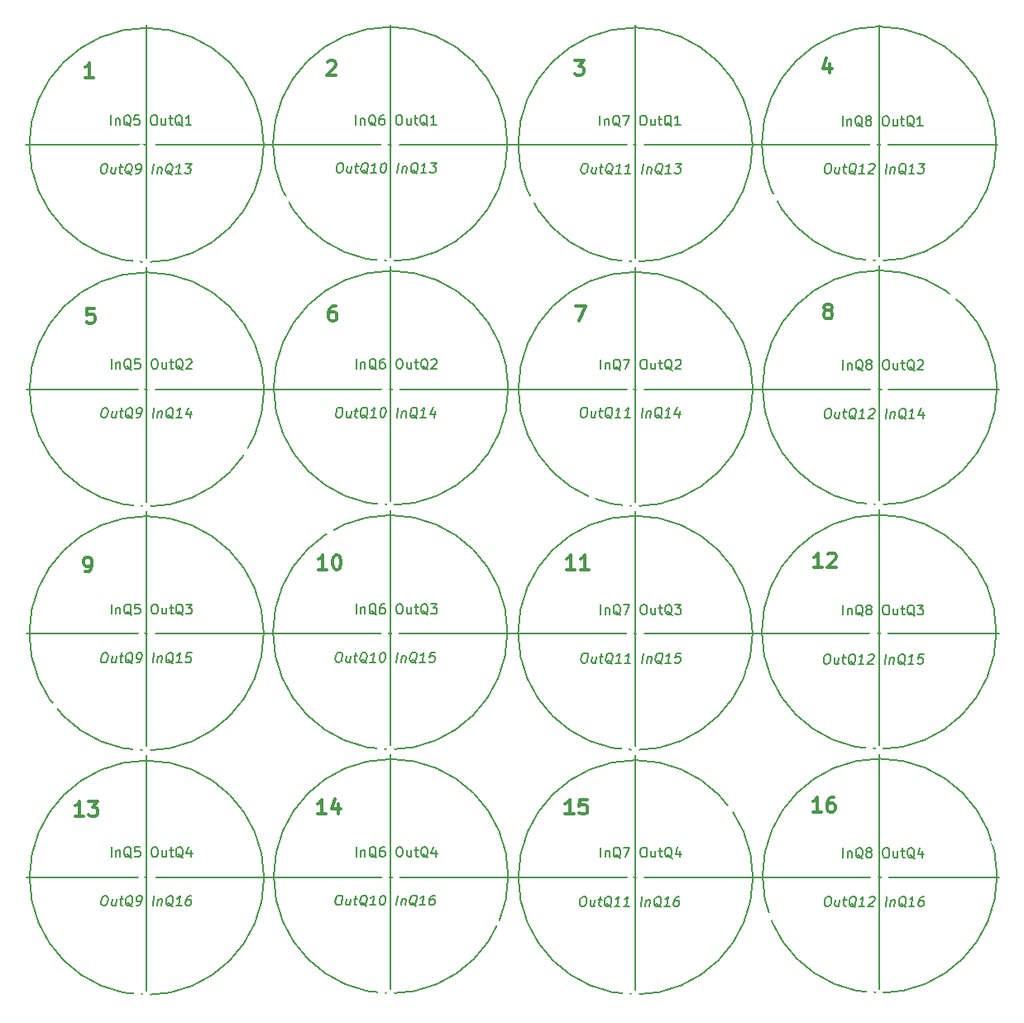
<source format=gbr>
%TF.GenerationSoftware,KiCad,Pcbnew,(6.0.2-0)*%
%TF.CreationDate,2022-07-06T16:44:41+02:00*%
%TF.ProjectId,RowdyTestBoard2,526f7764-7954-4657-9374-426f61726432,rev?*%
%TF.SameCoordinates,Original*%
%TF.FileFunction,Legend,Top*%
%TF.FilePolarity,Positive*%
%FSLAX46Y46*%
G04 Gerber Fmt 4.6, Leading zero omitted, Abs format (unit mm)*
G04 Created by KiCad (PCBNEW (6.0.2-0)) date 2022-07-06 16:44:41*
%MOMM*%
%LPD*%
G01*
G04 APERTURE LIST*
%ADD10C,0.200000*%
%ADD11C,0.300000*%
%ADD12C,0.150000*%
%ADD13C,0.800000*%
G04 APERTURE END LIST*
D10*
X149445320Y-62397770D02*
G75*
G03*
X149445320Y-62397770I-12000000J0D01*
G01*
X174565525Y-87479980D02*
G75*
G03*
X174565525Y-87479980I-12000000J0D01*
G01*
X124499920Y-112486230D02*
G75*
G03*
X124499920Y-112486230I-12000000J0D01*
G01*
X124500000Y-62500000D02*
G75*
G03*
X124500000Y-62500000I-12000000J0D01*
G01*
X199559125Y-87327580D02*
G75*
G03*
X199559125Y-87327580I-12000000J0D01*
G01*
X124527920Y-87518370D02*
G75*
G03*
X124527920Y-87518370I-12000000J0D01*
G01*
X100101400Y-62500000D02*
X199644000Y-62500000D01*
X124527840Y-137504600D02*
G75*
G03*
X124527840Y-137504600I-12000000J0D01*
G01*
X199559045Y-137313810D02*
G75*
G03*
X199559045Y-137313810I-12000000J0D01*
G01*
X149521440Y-137352200D02*
G75*
G03*
X149521440Y-137352200I-12000000J0D01*
G01*
X149445240Y-112384000D02*
G75*
G03*
X149445240Y-112384000I-12000000J0D01*
G01*
X187502800Y-50215800D02*
X187500000Y-149758400D01*
X100228400Y-112500000D02*
X199771000Y-112496600D01*
X199482845Y-112345610D02*
G75*
G03*
X199482845Y-112345610I-12000000J0D01*
G01*
X162500000Y-50215800D02*
X162500000Y-149758400D01*
X149521520Y-87365970D02*
G75*
G03*
X149521520Y-87365970I-12000000J0D01*
G01*
X100228400Y-137500000D02*
X199771000Y-137490200D01*
X174565445Y-137466210D02*
G75*
G03*
X174565445Y-137466210I-12000000J0D01*
G01*
X174537525Y-112447840D02*
G75*
G03*
X174537525Y-112447840I-12000000J0D01*
G01*
X100228400Y-87500000D02*
X199771000Y-87500000D01*
X112496600Y-50215800D02*
X112500000Y-149783800D01*
X174537605Y-62461610D02*
G75*
G03*
X174537605Y-62461610I-12000000J0D01*
G01*
X199482925Y-62359380D02*
G75*
G03*
X199482925Y-62359380I-12000000J0D01*
G01*
X137500000Y-50215800D02*
X137500000Y-149733000D01*
D11*
X156229085Y-130980571D02*
X155371942Y-130980571D01*
X155800514Y-130980571D02*
X155800514Y-129480571D01*
X155657657Y-129694857D01*
X155514800Y-129837714D01*
X155371942Y-129909142D01*
X157586228Y-129480571D02*
X156871942Y-129480571D01*
X156800514Y-130194857D01*
X156871942Y-130123428D01*
X157014800Y-130052000D01*
X157371942Y-130052000D01*
X157514800Y-130123428D01*
X157586228Y-130194857D01*
X157657657Y-130337714D01*
X157657657Y-130694857D01*
X157586228Y-130837714D01*
X157514800Y-130909142D01*
X157371942Y-130980571D01*
X157014800Y-130980571D01*
X156871942Y-130909142D01*
X156800514Y-130837714D01*
D12*
X158972761Y-110535980D02*
X158972761Y-109535980D01*
X159448952Y-109869314D02*
X159448952Y-110535980D01*
X159448952Y-109964552D02*
X159496571Y-109916933D01*
X159591809Y-109869314D01*
X159734666Y-109869314D01*
X159829904Y-109916933D01*
X159877523Y-110012171D01*
X159877523Y-110535980D01*
X161020380Y-110631219D02*
X160925142Y-110583600D01*
X160829904Y-110488361D01*
X160687047Y-110345504D01*
X160591809Y-110297885D01*
X160496571Y-110297885D01*
X160544190Y-110535980D02*
X160448952Y-110488361D01*
X160353714Y-110393123D01*
X160306095Y-110202647D01*
X160306095Y-109869314D01*
X160353714Y-109678838D01*
X160448952Y-109583600D01*
X160544190Y-109535980D01*
X160734666Y-109535980D01*
X160829904Y-109583600D01*
X160925142Y-109678838D01*
X160972761Y-109869314D01*
X160972761Y-110202647D01*
X160925142Y-110393123D01*
X160829904Y-110488361D01*
X160734666Y-110535980D01*
X160544190Y-110535980D01*
X161306095Y-109535980D02*
X161972761Y-109535980D01*
X161544190Y-110535980D01*
X163306095Y-109535980D02*
X163496571Y-109535980D01*
X163591809Y-109583600D01*
X163687047Y-109678838D01*
X163734666Y-109869314D01*
X163734666Y-110202647D01*
X163687047Y-110393123D01*
X163591809Y-110488361D01*
X163496571Y-110535980D01*
X163306095Y-110535980D01*
X163210857Y-110488361D01*
X163115619Y-110393123D01*
X163068000Y-110202647D01*
X163068000Y-109869314D01*
X163115619Y-109678838D01*
X163210857Y-109583600D01*
X163306095Y-109535980D01*
X164591809Y-109869314D02*
X164591809Y-110535980D01*
X164163238Y-109869314D02*
X164163238Y-110393123D01*
X164210857Y-110488361D01*
X164306095Y-110535980D01*
X164448952Y-110535980D01*
X164544190Y-110488361D01*
X164591809Y-110440742D01*
X164925142Y-109869314D02*
X165306095Y-109869314D01*
X165068000Y-109535980D02*
X165068000Y-110393123D01*
X165115619Y-110488361D01*
X165210857Y-110535980D01*
X165306095Y-110535980D01*
X166306095Y-110631219D02*
X166210857Y-110583600D01*
X166115619Y-110488361D01*
X165972761Y-110345504D01*
X165877523Y-110297885D01*
X165782285Y-110297885D01*
X165829904Y-110535980D02*
X165734666Y-110488361D01*
X165639428Y-110393123D01*
X165591809Y-110202647D01*
X165591809Y-109869314D01*
X165639428Y-109678838D01*
X165734666Y-109583600D01*
X165829904Y-109535980D01*
X166020380Y-109535980D01*
X166115619Y-109583600D01*
X166210857Y-109678838D01*
X166258476Y-109869314D01*
X166258476Y-110202647D01*
X166210857Y-110393123D01*
X166115619Y-110488361D01*
X166020380Y-110535980D01*
X165829904Y-110535980D01*
X166591809Y-109535980D02*
X167210857Y-109535980D01*
X166877523Y-109916933D01*
X167020380Y-109916933D01*
X167115619Y-109964552D01*
X167163238Y-110012171D01*
X167210857Y-110107409D01*
X167210857Y-110345504D01*
X167163238Y-110440742D01*
X167115619Y-110488361D01*
X167020380Y-110535980D01*
X166734666Y-110535980D01*
X166639428Y-110488361D01*
X166591809Y-110440742D01*
X108909361Y-135377180D02*
X108909361Y-134377180D01*
X109385552Y-134710514D02*
X109385552Y-135377180D01*
X109385552Y-134805752D02*
X109433171Y-134758133D01*
X109528409Y-134710514D01*
X109671266Y-134710514D01*
X109766504Y-134758133D01*
X109814123Y-134853371D01*
X109814123Y-135377180D01*
X110956980Y-135472419D02*
X110861742Y-135424800D01*
X110766504Y-135329561D01*
X110623647Y-135186704D01*
X110528409Y-135139085D01*
X110433171Y-135139085D01*
X110480790Y-135377180D02*
X110385552Y-135329561D01*
X110290314Y-135234323D01*
X110242695Y-135043847D01*
X110242695Y-134710514D01*
X110290314Y-134520038D01*
X110385552Y-134424800D01*
X110480790Y-134377180D01*
X110671266Y-134377180D01*
X110766504Y-134424800D01*
X110861742Y-134520038D01*
X110909361Y-134710514D01*
X110909361Y-135043847D01*
X110861742Y-135234323D01*
X110766504Y-135329561D01*
X110671266Y-135377180D01*
X110480790Y-135377180D01*
X111814123Y-134377180D02*
X111337933Y-134377180D01*
X111290314Y-134853371D01*
X111337933Y-134805752D01*
X111433171Y-134758133D01*
X111671266Y-134758133D01*
X111766504Y-134805752D01*
X111814123Y-134853371D01*
X111861742Y-134948609D01*
X111861742Y-135186704D01*
X111814123Y-135281942D01*
X111766504Y-135329561D01*
X111671266Y-135377180D01*
X111433171Y-135377180D01*
X111337933Y-135329561D01*
X111290314Y-135281942D01*
X113242695Y-134377180D02*
X113433171Y-134377180D01*
X113528409Y-134424800D01*
X113623647Y-134520038D01*
X113671266Y-134710514D01*
X113671266Y-135043847D01*
X113623647Y-135234323D01*
X113528409Y-135329561D01*
X113433171Y-135377180D01*
X113242695Y-135377180D01*
X113147457Y-135329561D01*
X113052219Y-135234323D01*
X113004600Y-135043847D01*
X113004600Y-134710514D01*
X113052219Y-134520038D01*
X113147457Y-134424800D01*
X113242695Y-134377180D01*
X114528409Y-134710514D02*
X114528409Y-135377180D01*
X114099838Y-134710514D02*
X114099838Y-135234323D01*
X114147457Y-135329561D01*
X114242695Y-135377180D01*
X114385552Y-135377180D01*
X114480790Y-135329561D01*
X114528409Y-135281942D01*
X114861742Y-134710514D02*
X115242695Y-134710514D01*
X115004600Y-134377180D02*
X115004600Y-135234323D01*
X115052219Y-135329561D01*
X115147457Y-135377180D01*
X115242695Y-135377180D01*
X116242695Y-135472419D02*
X116147457Y-135424800D01*
X116052219Y-135329561D01*
X115909361Y-135186704D01*
X115814123Y-135139085D01*
X115718885Y-135139085D01*
X115766504Y-135377180D02*
X115671266Y-135329561D01*
X115576028Y-135234323D01*
X115528409Y-135043847D01*
X115528409Y-134710514D01*
X115576028Y-134520038D01*
X115671266Y-134424800D01*
X115766504Y-134377180D01*
X115956980Y-134377180D01*
X116052219Y-134424800D01*
X116147457Y-134520038D01*
X116195076Y-134710514D01*
X116195076Y-135043847D01*
X116147457Y-135234323D01*
X116052219Y-135329561D01*
X115956980Y-135377180D01*
X115766504Y-135377180D01*
X117052219Y-134710514D02*
X117052219Y-135377180D01*
X116814123Y-134329561D02*
X116576028Y-135043847D01*
X117195076Y-135043847D01*
X108909361Y-85415380D02*
X108909361Y-84415380D01*
X109385552Y-84748714D02*
X109385552Y-85415380D01*
X109385552Y-84843952D02*
X109433171Y-84796333D01*
X109528409Y-84748714D01*
X109671266Y-84748714D01*
X109766504Y-84796333D01*
X109814123Y-84891571D01*
X109814123Y-85415380D01*
X110956980Y-85510619D02*
X110861742Y-85463000D01*
X110766504Y-85367761D01*
X110623647Y-85224904D01*
X110528409Y-85177285D01*
X110433171Y-85177285D01*
X110480790Y-85415380D02*
X110385552Y-85367761D01*
X110290314Y-85272523D01*
X110242695Y-85082047D01*
X110242695Y-84748714D01*
X110290314Y-84558238D01*
X110385552Y-84463000D01*
X110480790Y-84415380D01*
X110671266Y-84415380D01*
X110766504Y-84463000D01*
X110861742Y-84558238D01*
X110909361Y-84748714D01*
X110909361Y-85082047D01*
X110861742Y-85272523D01*
X110766504Y-85367761D01*
X110671266Y-85415380D01*
X110480790Y-85415380D01*
X111814123Y-84415380D02*
X111337933Y-84415380D01*
X111290314Y-84891571D01*
X111337933Y-84843952D01*
X111433171Y-84796333D01*
X111671266Y-84796333D01*
X111766504Y-84843952D01*
X111814123Y-84891571D01*
X111861742Y-84986809D01*
X111861742Y-85224904D01*
X111814123Y-85320142D01*
X111766504Y-85367761D01*
X111671266Y-85415380D01*
X111433171Y-85415380D01*
X111337933Y-85367761D01*
X111290314Y-85320142D01*
X113242695Y-84415380D02*
X113433171Y-84415380D01*
X113528409Y-84463000D01*
X113623647Y-84558238D01*
X113671266Y-84748714D01*
X113671266Y-85082047D01*
X113623647Y-85272523D01*
X113528409Y-85367761D01*
X113433171Y-85415380D01*
X113242695Y-85415380D01*
X113147457Y-85367761D01*
X113052219Y-85272523D01*
X113004600Y-85082047D01*
X113004600Y-84748714D01*
X113052219Y-84558238D01*
X113147457Y-84463000D01*
X113242695Y-84415380D01*
X114528409Y-84748714D02*
X114528409Y-85415380D01*
X114099838Y-84748714D02*
X114099838Y-85272523D01*
X114147457Y-85367761D01*
X114242695Y-85415380D01*
X114385552Y-85415380D01*
X114480790Y-85367761D01*
X114528409Y-85320142D01*
X114861742Y-84748714D02*
X115242695Y-84748714D01*
X115004600Y-84415380D02*
X115004600Y-85272523D01*
X115052219Y-85367761D01*
X115147457Y-85415380D01*
X115242695Y-85415380D01*
X116242695Y-85510619D02*
X116147457Y-85463000D01*
X116052219Y-85367761D01*
X115909361Y-85224904D01*
X115814123Y-85177285D01*
X115718885Y-85177285D01*
X115766504Y-85415380D02*
X115671266Y-85367761D01*
X115576028Y-85272523D01*
X115528409Y-85082047D01*
X115528409Y-84748714D01*
X115576028Y-84558238D01*
X115671266Y-84463000D01*
X115766504Y-84415380D01*
X115956980Y-84415380D01*
X116052219Y-84463000D01*
X116147457Y-84558238D01*
X116195076Y-84748714D01*
X116195076Y-85082047D01*
X116147457Y-85272523D01*
X116052219Y-85367761D01*
X115956980Y-85415380D01*
X115766504Y-85415380D01*
X116576028Y-84510619D02*
X116623647Y-84463000D01*
X116718885Y-84415380D01*
X116956980Y-84415380D01*
X117052219Y-84463000D01*
X117099838Y-84510619D01*
X117147457Y-84605857D01*
X117147457Y-84701095D01*
X117099838Y-84843952D01*
X116528409Y-85415380D01*
X117147457Y-85415380D01*
X157250584Y-89368380D02*
X157441060Y-89368380D01*
X157530346Y-89416000D01*
X157613679Y-89511238D01*
X157637489Y-89701714D01*
X157595822Y-90035047D01*
X157524394Y-90225523D01*
X157417251Y-90320761D01*
X157316060Y-90368380D01*
X157125584Y-90368380D01*
X157036298Y-90320761D01*
X156952965Y-90225523D01*
X156929155Y-90035047D01*
X156970822Y-89701714D01*
X157042251Y-89511238D01*
X157149394Y-89416000D01*
X157250584Y-89368380D01*
X158494632Y-89701714D02*
X158411298Y-90368380D01*
X158066060Y-89701714D02*
X158000584Y-90225523D01*
X158036298Y-90320761D01*
X158125584Y-90368380D01*
X158268441Y-90368380D01*
X158369632Y-90320761D01*
X158423203Y-90273142D01*
X158827965Y-89701714D02*
X159208917Y-89701714D01*
X159012489Y-89368380D02*
X158905346Y-90225523D01*
X158941060Y-90320761D01*
X159030346Y-90368380D01*
X159125584Y-90368380D01*
X160113679Y-90463619D02*
X160024394Y-90416000D01*
X159941060Y-90320761D01*
X159816060Y-90177904D01*
X159726775Y-90130285D01*
X159631536Y-90130285D01*
X159649394Y-90368380D02*
X159560108Y-90320761D01*
X159476775Y-90225523D01*
X159452965Y-90035047D01*
X159494632Y-89701714D01*
X159566060Y-89511238D01*
X159673203Y-89416000D01*
X159774394Y-89368380D01*
X159964870Y-89368380D01*
X160054155Y-89416000D01*
X160137489Y-89511238D01*
X160161298Y-89701714D01*
X160119632Y-90035047D01*
X160048203Y-90225523D01*
X159941060Y-90320761D01*
X159839870Y-90368380D01*
X159649394Y-90368380D01*
X161030346Y-90368380D02*
X160458917Y-90368380D01*
X160744632Y-90368380D02*
X160869632Y-89368380D01*
X160756536Y-89511238D01*
X160649394Y-89606476D01*
X160548203Y-89654095D01*
X161982727Y-90368380D02*
X161411298Y-90368380D01*
X161697013Y-90368380D02*
X161822013Y-89368380D01*
X161708917Y-89511238D01*
X161601775Y-89606476D01*
X161500584Y-89654095D01*
X163173203Y-90368380D02*
X163298203Y-89368380D01*
X163732727Y-89701714D02*
X163649394Y-90368380D01*
X163720822Y-89796952D02*
X163774394Y-89749333D01*
X163875584Y-89701714D01*
X164018441Y-89701714D01*
X164107727Y-89749333D01*
X164143441Y-89844571D01*
X164077965Y-90368380D01*
X165208917Y-90463619D02*
X165119632Y-90416000D01*
X165036298Y-90320761D01*
X164911298Y-90177904D01*
X164822013Y-90130285D01*
X164726775Y-90130285D01*
X164744632Y-90368380D02*
X164655346Y-90320761D01*
X164572013Y-90225523D01*
X164548203Y-90035047D01*
X164589870Y-89701714D01*
X164661298Y-89511238D01*
X164768441Y-89416000D01*
X164869632Y-89368380D01*
X165060108Y-89368380D01*
X165149394Y-89416000D01*
X165232727Y-89511238D01*
X165256536Y-89701714D01*
X165214870Y-90035047D01*
X165143441Y-90225523D01*
X165036298Y-90320761D01*
X164935108Y-90368380D01*
X164744632Y-90368380D01*
X166125584Y-90368380D02*
X165554155Y-90368380D01*
X165839870Y-90368380D02*
X165964870Y-89368380D01*
X165851775Y-89511238D01*
X165744632Y-89606476D01*
X165643441Y-89654095D01*
X167066060Y-89701714D02*
X166982727Y-90368380D01*
X166875584Y-89320761D02*
X166548203Y-90035047D01*
X167167251Y-90035047D01*
X182218784Y-139431780D02*
X182409260Y-139431780D01*
X182498546Y-139479400D01*
X182581879Y-139574638D01*
X182605689Y-139765114D01*
X182564022Y-140098447D01*
X182492594Y-140288923D01*
X182385451Y-140384161D01*
X182284260Y-140431780D01*
X182093784Y-140431780D01*
X182004498Y-140384161D01*
X181921165Y-140288923D01*
X181897355Y-140098447D01*
X181939022Y-139765114D01*
X182010451Y-139574638D01*
X182117594Y-139479400D01*
X182218784Y-139431780D01*
X183462832Y-139765114D02*
X183379498Y-140431780D01*
X183034260Y-139765114D02*
X182968784Y-140288923D01*
X183004498Y-140384161D01*
X183093784Y-140431780D01*
X183236641Y-140431780D01*
X183337832Y-140384161D01*
X183391403Y-140336542D01*
X183796165Y-139765114D02*
X184177117Y-139765114D01*
X183980689Y-139431780D02*
X183873546Y-140288923D01*
X183909260Y-140384161D01*
X183998546Y-140431780D01*
X184093784Y-140431780D01*
X185081879Y-140527019D02*
X184992594Y-140479400D01*
X184909260Y-140384161D01*
X184784260Y-140241304D01*
X184694975Y-140193685D01*
X184599736Y-140193685D01*
X184617594Y-140431780D02*
X184528308Y-140384161D01*
X184444975Y-140288923D01*
X184421165Y-140098447D01*
X184462832Y-139765114D01*
X184534260Y-139574638D01*
X184641403Y-139479400D01*
X184742594Y-139431780D01*
X184933070Y-139431780D01*
X185022355Y-139479400D01*
X185105689Y-139574638D01*
X185129498Y-139765114D01*
X185087832Y-140098447D01*
X185016403Y-140288923D01*
X184909260Y-140384161D01*
X184808070Y-140431780D01*
X184617594Y-140431780D01*
X185998546Y-140431780D02*
X185427117Y-140431780D01*
X185712832Y-140431780D02*
X185837832Y-139431780D01*
X185724736Y-139574638D01*
X185617594Y-139669876D01*
X185516403Y-139717495D01*
X186492594Y-139527019D02*
X186546165Y-139479400D01*
X186647355Y-139431780D01*
X186885451Y-139431780D01*
X186974736Y-139479400D01*
X187016403Y-139527019D01*
X187052117Y-139622257D01*
X187040213Y-139717495D01*
X186974736Y-139860352D01*
X186331879Y-140431780D01*
X186950927Y-140431780D01*
X188141403Y-140431780D02*
X188266403Y-139431780D01*
X188700927Y-139765114D02*
X188617594Y-140431780D01*
X188689022Y-139860352D02*
X188742594Y-139812733D01*
X188843784Y-139765114D01*
X188986641Y-139765114D01*
X189075927Y-139812733D01*
X189111641Y-139907971D01*
X189046165Y-140431780D01*
X190177117Y-140527019D02*
X190087832Y-140479400D01*
X190004498Y-140384161D01*
X189879498Y-140241304D01*
X189790213Y-140193685D01*
X189694975Y-140193685D01*
X189712832Y-140431780D02*
X189623546Y-140384161D01*
X189540213Y-140288923D01*
X189516403Y-140098447D01*
X189558070Y-139765114D01*
X189629498Y-139574638D01*
X189736641Y-139479400D01*
X189837832Y-139431780D01*
X190028308Y-139431780D01*
X190117594Y-139479400D01*
X190200927Y-139574638D01*
X190224736Y-139765114D01*
X190183070Y-140098447D01*
X190111641Y-140288923D01*
X190004498Y-140384161D01*
X189903308Y-140431780D01*
X189712832Y-140431780D01*
X191093784Y-140431780D02*
X190522355Y-140431780D01*
X190808070Y-140431780D02*
X190933070Y-139431780D01*
X190819975Y-139574638D01*
X190712832Y-139669876D01*
X190611641Y-139717495D01*
X192075927Y-139431780D02*
X191885451Y-139431780D01*
X191784260Y-139479400D01*
X191730689Y-139527019D01*
X191617594Y-139669876D01*
X191546165Y-139860352D01*
X191498546Y-140241304D01*
X191534260Y-140336542D01*
X191575927Y-140384161D01*
X191665213Y-140431780D01*
X191855689Y-140431780D01*
X191956879Y-140384161D01*
X192010451Y-140336542D01*
X192069975Y-140241304D01*
X192099736Y-140003209D01*
X192064022Y-139907971D01*
X192022355Y-139860352D01*
X191933070Y-139812733D01*
X191742594Y-139812733D01*
X191641403Y-139860352D01*
X191587832Y-139907971D01*
X191528308Y-140003209D01*
X157174384Y-139431780D02*
X157364860Y-139431780D01*
X157454146Y-139479400D01*
X157537479Y-139574638D01*
X157561289Y-139765114D01*
X157519622Y-140098447D01*
X157448194Y-140288923D01*
X157341051Y-140384161D01*
X157239860Y-140431780D01*
X157049384Y-140431780D01*
X156960098Y-140384161D01*
X156876765Y-140288923D01*
X156852955Y-140098447D01*
X156894622Y-139765114D01*
X156966051Y-139574638D01*
X157073194Y-139479400D01*
X157174384Y-139431780D01*
X158418432Y-139765114D02*
X158335098Y-140431780D01*
X157989860Y-139765114D02*
X157924384Y-140288923D01*
X157960098Y-140384161D01*
X158049384Y-140431780D01*
X158192241Y-140431780D01*
X158293432Y-140384161D01*
X158347003Y-140336542D01*
X158751765Y-139765114D02*
X159132717Y-139765114D01*
X158936289Y-139431780D02*
X158829146Y-140288923D01*
X158864860Y-140384161D01*
X158954146Y-140431780D01*
X159049384Y-140431780D01*
X160037479Y-140527019D02*
X159948194Y-140479400D01*
X159864860Y-140384161D01*
X159739860Y-140241304D01*
X159650575Y-140193685D01*
X159555336Y-140193685D01*
X159573194Y-140431780D02*
X159483908Y-140384161D01*
X159400575Y-140288923D01*
X159376765Y-140098447D01*
X159418432Y-139765114D01*
X159489860Y-139574638D01*
X159597003Y-139479400D01*
X159698194Y-139431780D01*
X159888670Y-139431780D01*
X159977955Y-139479400D01*
X160061289Y-139574638D01*
X160085098Y-139765114D01*
X160043432Y-140098447D01*
X159972003Y-140288923D01*
X159864860Y-140384161D01*
X159763670Y-140431780D01*
X159573194Y-140431780D01*
X160954146Y-140431780D02*
X160382717Y-140431780D01*
X160668432Y-140431780D02*
X160793432Y-139431780D01*
X160680336Y-139574638D01*
X160573194Y-139669876D01*
X160472003Y-139717495D01*
X161906527Y-140431780D02*
X161335098Y-140431780D01*
X161620813Y-140431780D02*
X161745813Y-139431780D01*
X161632717Y-139574638D01*
X161525575Y-139669876D01*
X161424384Y-139717495D01*
X163097003Y-140431780D02*
X163222003Y-139431780D01*
X163656527Y-139765114D02*
X163573194Y-140431780D01*
X163644622Y-139860352D02*
X163698194Y-139812733D01*
X163799384Y-139765114D01*
X163942241Y-139765114D01*
X164031527Y-139812733D01*
X164067241Y-139907971D01*
X164001765Y-140431780D01*
X165132717Y-140527019D02*
X165043432Y-140479400D01*
X164960098Y-140384161D01*
X164835098Y-140241304D01*
X164745813Y-140193685D01*
X164650575Y-140193685D01*
X164668432Y-140431780D02*
X164579146Y-140384161D01*
X164495813Y-140288923D01*
X164472003Y-140098447D01*
X164513670Y-139765114D01*
X164585098Y-139574638D01*
X164692241Y-139479400D01*
X164793432Y-139431780D01*
X164983908Y-139431780D01*
X165073194Y-139479400D01*
X165156527Y-139574638D01*
X165180336Y-139765114D01*
X165138670Y-140098447D01*
X165067241Y-140288923D01*
X164960098Y-140384161D01*
X164858908Y-140431780D01*
X164668432Y-140431780D01*
X166049384Y-140431780D02*
X165477955Y-140431780D01*
X165763670Y-140431780D02*
X165888670Y-139431780D01*
X165775575Y-139574638D01*
X165668432Y-139669876D01*
X165567241Y-139717495D01*
X167031527Y-139431780D02*
X166841051Y-139431780D01*
X166739860Y-139479400D01*
X166686289Y-139527019D01*
X166573194Y-139669876D01*
X166501765Y-139860352D01*
X166454146Y-140241304D01*
X166489860Y-140336542D01*
X166531527Y-140384161D01*
X166620813Y-140431780D01*
X166811289Y-140431780D01*
X166912479Y-140384161D01*
X166966051Y-140336542D01*
X167025575Y-140241304D01*
X167055336Y-140003209D01*
X167019622Y-139907971D01*
X166977955Y-139860352D01*
X166888670Y-139812733D01*
X166698194Y-139812733D01*
X166597003Y-139860352D01*
X166543432Y-139907971D01*
X166483908Y-140003209D01*
X133928361Y-60421780D02*
X133928361Y-59421780D01*
X134404552Y-59755114D02*
X134404552Y-60421780D01*
X134404552Y-59850352D02*
X134452171Y-59802733D01*
X134547409Y-59755114D01*
X134690266Y-59755114D01*
X134785504Y-59802733D01*
X134833123Y-59897971D01*
X134833123Y-60421780D01*
X135975980Y-60517019D02*
X135880742Y-60469400D01*
X135785504Y-60374161D01*
X135642647Y-60231304D01*
X135547409Y-60183685D01*
X135452171Y-60183685D01*
X135499790Y-60421780D02*
X135404552Y-60374161D01*
X135309314Y-60278923D01*
X135261695Y-60088447D01*
X135261695Y-59755114D01*
X135309314Y-59564638D01*
X135404552Y-59469400D01*
X135499790Y-59421780D01*
X135690266Y-59421780D01*
X135785504Y-59469400D01*
X135880742Y-59564638D01*
X135928361Y-59755114D01*
X135928361Y-60088447D01*
X135880742Y-60278923D01*
X135785504Y-60374161D01*
X135690266Y-60421780D01*
X135499790Y-60421780D01*
X136785504Y-59421780D02*
X136595028Y-59421780D01*
X136499790Y-59469400D01*
X136452171Y-59517019D01*
X136356933Y-59659876D01*
X136309314Y-59850352D01*
X136309314Y-60231304D01*
X136356933Y-60326542D01*
X136404552Y-60374161D01*
X136499790Y-60421780D01*
X136690266Y-60421780D01*
X136785504Y-60374161D01*
X136833123Y-60326542D01*
X136880742Y-60231304D01*
X136880742Y-59993209D01*
X136833123Y-59897971D01*
X136785504Y-59850352D01*
X136690266Y-59802733D01*
X136499790Y-59802733D01*
X136404552Y-59850352D01*
X136356933Y-59897971D01*
X136309314Y-59993209D01*
X138261695Y-59421780D02*
X138452171Y-59421780D01*
X138547409Y-59469400D01*
X138642647Y-59564638D01*
X138690266Y-59755114D01*
X138690266Y-60088447D01*
X138642647Y-60278923D01*
X138547409Y-60374161D01*
X138452171Y-60421780D01*
X138261695Y-60421780D01*
X138166457Y-60374161D01*
X138071219Y-60278923D01*
X138023600Y-60088447D01*
X138023600Y-59755114D01*
X138071219Y-59564638D01*
X138166457Y-59469400D01*
X138261695Y-59421780D01*
X139547409Y-59755114D02*
X139547409Y-60421780D01*
X139118838Y-59755114D02*
X139118838Y-60278923D01*
X139166457Y-60374161D01*
X139261695Y-60421780D01*
X139404552Y-60421780D01*
X139499790Y-60374161D01*
X139547409Y-60326542D01*
X139880742Y-59755114D02*
X140261695Y-59755114D01*
X140023600Y-59421780D02*
X140023600Y-60278923D01*
X140071219Y-60374161D01*
X140166457Y-60421780D01*
X140261695Y-60421780D01*
X141261695Y-60517019D02*
X141166457Y-60469400D01*
X141071219Y-60374161D01*
X140928361Y-60231304D01*
X140833123Y-60183685D01*
X140737885Y-60183685D01*
X140785504Y-60421780D02*
X140690266Y-60374161D01*
X140595028Y-60278923D01*
X140547409Y-60088447D01*
X140547409Y-59755114D01*
X140595028Y-59564638D01*
X140690266Y-59469400D01*
X140785504Y-59421780D01*
X140975980Y-59421780D01*
X141071219Y-59469400D01*
X141166457Y-59564638D01*
X141214076Y-59755114D01*
X141214076Y-60088447D01*
X141166457Y-60278923D01*
X141071219Y-60374161D01*
X140975980Y-60421780D01*
X140785504Y-60421780D01*
X142166457Y-60421780D02*
X141595028Y-60421780D01*
X141880742Y-60421780D02*
X141880742Y-59421780D01*
X141785504Y-59564638D01*
X141690266Y-59659876D01*
X141595028Y-59707495D01*
X158972761Y-85440780D02*
X158972761Y-84440780D01*
X159448952Y-84774114D02*
X159448952Y-85440780D01*
X159448952Y-84869352D02*
X159496571Y-84821733D01*
X159591809Y-84774114D01*
X159734666Y-84774114D01*
X159829904Y-84821733D01*
X159877523Y-84916971D01*
X159877523Y-85440780D01*
X161020380Y-85536019D02*
X160925142Y-85488400D01*
X160829904Y-85393161D01*
X160687047Y-85250304D01*
X160591809Y-85202685D01*
X160496571Y-85202685D01*
X160544190Y-85440780D02*
X160448952Y-85393161D01*
X160353714Y-85297923D01*
X160306095Y-85107447D01*
X160306095Y-84774114D01*
X160353714Y-84583638D01*
X160448952Y-84488400D01*
X160544190Y-84440780D01*
X160734666Y-84440780D01*
X160829904Y-84488400D01*
X160925142Y-84583638D01*
X160972761Y-84774114D01*
X160972761Y-85107447D01*
X160925142Y-85297923D01*
X160829904Y-85393161D01*
X160734666Y-85440780D01*
X160544190Y-85440780D01*
X161306095Y-84440780D02*
X161972761Y-84440780D01*
X161544190Y-85440780D01*
X163306095Y-84440780D02*
X163496571Y-84440780D01*
X163591809Y-84488400D01*
X163687047Y-84583638D01*
X163734666Y-84774114D01*
X163734666Y-85107447D01*
X163687047Y-85297923D01*
X163591809Y-85393161D01*
X163496571Y-85440780D01*
X163306095Y-85440780D01*
X163210857Y-85393161D01*
X163115619Y-85297923D01*
X163068000Y-85107447D01*
X163068000Y-84774114D01*
X163115619Y-84583638D01*
X163210857Y-84488400D01*
X163306095Y-84440780D01*
X164591809Y-84774114D02*
X164591809Y-85440780D01*
X164163238Y-84774114D02*
X164163238Y-85297923D01*
X164210857Y-85393161D01*
X164306095Y-85440780D01*
X164448952Y-85440780D01*
X164544190Y-85393161D01*
X164591809Y-85345542D01*
X164925142Y-84774114D02*
X165306095Y-84774114D01*
X165068000Y-84440780D02*
X165068000Y-85297923D01*
X165115619Y-85393161D01*
X165210857Y-85440780D01*
X165306095Y-85440780D01*
X166306095Y-85536019D02*
X166210857Y-85488400D01*
X166115619Y-85393161D01*
X165972761Y-85250304D01*
X165877523Y-85202685D01*
X165782285Y-85202685D01*
X165829904Y-85440780D02*
X165734666Y-85393161D01*
X165639428Y-85297923D01*
X165591809Y-85107447D01*
X165591809Y-84774114D01*
X165639428Y-84583638D01*
X165734666Y-84488400D01*
X165829904Y-84440780D01*
X166020380Y-84440780D01*
X166115619Y-84488400D01*
X166210857Y-84583638D01*
X166258476Y-84774114D01*
X166258476Y-85107447D01*
X166210857Y-85297923D01*
X166115619Y-85393161D01*
X166020380Y-85440780D01*
X165829904Y-85440780D01*
X166639428Y-84536019D02*
X166687047Y-84488400D01*
X166782285Y-84440780D01*
X167020380Y-84440780D01*
X167115619Y-84488400D01*
X167163238Y-84536019D01*
X167210857Y-84631257D01*
X167210857Y-84726495D01*
X167163238Y-84869352D01*
X166591809Y-85440780D01*
X167210857Y-85440780D01*
X183788561Y-135453380D02*
X183788561Y-134453380D01*
X184264752Y-134786714D02*
X184264752Y-135453380D01*
X184264752Y-134881952D02*
X184312371Y-134834333D01*
X184407609Y-134786714D01*
X184550466Y-134786714D01*
X184645704Y-134834333D01*
X184693323Y-134929571D01*
X184693323Y-135453380D01*
X185836180Y-135548619D02*
X185740942Y-135501000D01*
X185645704Y-135405761D01*
X185502847Y-135262904D01*
X185407609Y-135215285D01*
X185312371Y-135215285D01*
X185359990Y-135453380D02*
X185264752Y-135405761D01*
X185169514Y-135310523D01*
X185121895Y-135120047D01*
X185121895Y-134786714D01*
X185169514Y-134596238D01*
X185264752Y-134501000D01*
X185359990Y-134453380D01*
X185550466Y-134453380D01*
X185645704Y-134501000D01*
X185740942Y-134596238D01*
X185788561Y-134786714D01*
X185788561Y-135120047D01*
X185740942Y-135310523D01*
X185645704Y-135405761D01*
X185550466Y-135453380D01*
X185359990Y-135453380D01*
X186359990Y-134881952D02*
X186264752Y-134834333D01*
X186217133Y-134786714D01*
X186169514Y-134691476D01*
X186169514Y-134643857D01*
X186217133Y-134548619D01*
X186264752Y-134501000D01*
X186359990Y-134453380D01*
X186550466Y-134453380D01*
X186645704Y-134501000D01*
X186693323Y-134548619D01*
X186740942Y-134643857D01*
X186740942Y-134691476D01*
X186693323Y-134786714D01*
X186645704Y-134834333D01*
X186550466Y-134881952D01*
X186359990Y-134881952D01*
X186264752Y-134929571D01*
X186217133Y-134977190D01*
X186169514Y-135072428D01*
X186169514Y-135262904D01*
X186217133Y-135358142D01*
X186264752Y-135405761D01*
X186359990Y-135453380D01*
X186550466Y-135453380D01*
X186645704Y-135405761D01*
X186693323Y-135358142D01*
X186740942Y-135262904D01*
X186740942Y-135072428D01*
X186693323Y-134977190D01*
X186645704Y-134929571D01*
X186550466Y-134881952D01*
X188121895Y-134453380D02*
X188312371Y-134453380D01*
X188407609Y-134501000D01*
X188502847Y-134596238D01*
X188550466Y-134786714D01*
X188550466Y-135120047D01*
X188502847Y-135310523D01*
X188407609Y-135405761D01*
X188312371Y-135453380D01*
X188121895Y-135453380D01*
X188026657Y-135405761D01*
X187931419Y-135310523D01*
X187883800Y-135120047D01*
X187883800Y-134786714D01*
X187931419Y-134596238D01*
X188026657Y-134501000D01*
X188121895Y-134453380D01*
X189407609Y-134786714D02*
X189407609Y-135453380D01*
X188979038Y-134786714D02*
X188979038Y-135310523D01*
X189026657Y-135405761D01*
X189121895Y-135453380D01*
X189264752Y-135453380D01*
X189359990Y-135405761D01*
X189407609Y-135358142D01*
X189740942Y-134786714D02*
X190121895Y-134786714D01*
X189883800Y-134453380D02*
X189883800Y-135310523D01*
X189931419Y-135405761D01*
X190026657Y-135453380D01*
X190121895Y-135453380D01*
X191121895Y-135548619D02*
X191026657Y-135501000D01*
X190931419Y-135405761D01*
X190788561Y-135262904D01*
X190693323Y-135215285D01*
X190598085Y-135215285D01*
X190645704Y-135453380D02*
X190550466Y-135405761D01*
X190455228Y-135310523D01*
X190407609Y-135120047D01*
X190407609Y-134786714D01*
X190455228Y-134596238D01*
X190550466Y-134501000D01*
X190645704Y-134453380D01*
X190836180Y-134453380D01*
X190931419Y-134501000D01*
X191026657Y-134596238D01*
X191074276Y-134786714D01*
X191074276Y-135120047D01*
X191026657Y-135310523D01*
X190931419Y-135405761D01*
X190836180Y-135453380D01*
X190645704Y-135453380D01*
X191931419Y-134786714D02*
X191931419Y-135453380D01*
X191693323Y-134405761D02*
X191455228Y-135120047D01*
X192074276Y-135120047D01*
X133979161Y-110485180D02*
X133979161Y-109485180D01*
X134455352Y-109818514D02*
X134455352Y-110485180D01*
X134455352Y-109913752D02*
X134502971Y-109866133D01*
X134598209Y-109818514D01*
X134741066Y-109818514D01*
X134836304Y-109866133D01*
X134883923Y-109961371D01*
X134883923Y-110485180D01*
X136026780Y-110580419D02*
X135931542Y-110532800D01*
X135836304Y-110437561D01*
X135693447Y-110294704D01*
X135598209Y-110247085D01*
X135502971Y-110247085D01*
X135550590Y-110485180D02*
X135455352Y-110437561D01*
X135360114Y-110342323D01*
X135312495Y-110151847D01*
X135312495Y-109818514D01*
X135360114Y-109628038D01*
X135455352Y-109532800D01*
X135550590Y-109485180D01*
X135741066Y-109485180D01*
X135836304Y-109532800D01*
X135931542Y-109628038D01*
X135979161Y-109818514D01*
X135979161Y-110151847D01*
X135931542Y-110342323D01*
X135836304Y-110437561D01*
X135741066Y-110485180D01*
X135550590Y-110485180D01*
X136836304Y-109485180D02*
X136645828Y-109485180D01*
X136550590Y-109532800D01*
X136502971Y-109580419D01*
X136407733Y-109723276D01*
X136360114Y-109913752D01*
X136360114Y-110294704D01*
X136407733Y-110389942D01*
X136455352Y-110437561D01*
X136550590Y-110485180D01*
X136741066Y-110485180D01*
X136836304Y-110437561D01*
X136883923Y-110389942D01*
X136931542Y-110294704D01*
X136931542Y-110056609D01*
X136883923Y-109961371D01*
X136836304Y-109913752D01*
X136741066Y-109866133D01*
X136550590Y-109866133D01*
X136455352Y-109913752D01*
X136407733Y-109961371D01*
X136360114Y-110056609D01*
X138312495Y-109485180D02*
X138502971Y-109485180D01*
X138598209Y-109532800D01*
X138693447Y-109628038D01*
X138741066Y-109818514D01*
X138741066Y-110151847D01*
X138693447Y-110342323D01*
X138598209Y-110437561D01*
X138502971Y-110485180D01*
X138312495Y-110485180D01*
X138217257Y-110437561D01*
X138122019Y-110342323D01*
X138074400Y-110151847D01*
X138074400Y-109818514D01*
X138122019Y-109628038D01*
X138217257Y-109532800D01*
X138312495Y-109485180D01*
X139598209Y-109818514D02*
X139598209Y-110485180D01*
X139169638Y-109818514D02*
X139169638Y-110342323D01*
X139217257Y-110437561D01*
X139312495Y-110485180D01*
X139455352Y-110485180D01*
X139550590Y-110437561D01*
X139598209Y-110389942D01*
X139931542Y-109818514D02*
X140312495Y-109818514D01*
X140074400Y-109485180D02*
X140074400Y-110342323D01*
X140122019Y-110437561D01*
X140217257Y-110485180D01*
X140312495Y-110485180D01*
X141312495Y-110580419D02*
X141217257Y-110532800D01*
X141122019Y-110437561D01*
X140979161Y-110294704D01*
X140883923Y-110247085D01*
X140788685Y-110247085D01*
X140836304Y-110485180D02*
X140741066Y-110437561D01*
X140645828Y-110342323D01*
X140598209Y-110151847D01*
X140598209Y-109818514D01*
X140645828Y-109628038D01*
X140741066Y-109532800D01*
X140836304Y-109485180D01*
X141026780Y-109485180D01*
X141122019Y-109532800D01*
X141217257Y-109628038D01*
X141264876Y-109818514D01*
X141264876Y-110151847D01*
X141217257Y-110342323D01*
X141122019Y-110437561D01*
X141026780Y-110485180D01*
X140836304Y-110485180D01*
X141598209Y-109485180D02*
X142217257Y-109485180D01*
X141883923Y-109866133D01*
X142026780Y-109866133D01*
X142122019Y-109913752D01*
X142169638Y-109961371D01*
X142217257Y-110056609D01*
X142217257Y-110294704D01*
X142169638Y-110389942D01*
X142122019Y-110437561D01*
X142026780Y-110485180D01*
X141741066Y-110485180D01*
X141645828Y-110437561D01*
X141598209Y-110389942D01*
D11*
X131041828Y-53982228D02*
X131113257Y-53910800D01*
X131256114Y-53839371D01*
X131613257Y-53839371D01*
X131756114Y-53910800D01*
X131827542Y-53982228D01*
X131898971Y-54125085D01*
X131898971Y-54267942D01*
X131827542Y-54482228D01*
X130970400Y-55339371D01*
X131898971Y-55339371D01*
X156319600Y-53839371D02*
X157248171Y-53839371D01*
X156748171Y-54410800D01*
X156962457Y-54410800D01*
X157105314Y-54482228D01*
X157176742Y-54553657D01*
X157248171Y-54696514D01*
X157248171Y-55053657D01*
X157176742Y-55196514D01*
X157105314Y-55267942D01*
X156962457Y-55339371D01*
X156533885Y-55339371D01*
X156391028Y-55267942D01*
X156319600Y-55196514D01*
D12*
X157301384Y-64400180D02*
X157491860Y-64400180D01*
X157581146Y-64447800D01*
X157664479Y-64543038D01*
X157688289Y-64733514D01*
X157646622Y-65066847D01*
X157575194Y-65257323D01*
X157468051Y-65352561D01*
X157366860Y-65400180D01*
X157176384Y-65400180D01*
X157087098Y-65352561D01*
X157003765Y-65257323D01*
X156979955Y-65066847D01*
X157021622Y-64733514D01*
X157093051Y-64543038D01*
X157200194Y-64447800D01*
X157301384Y-64400180D01*
X158545432Y-64733514D02*
X158462098Y-65400180D01*
X158116860Y-64733514D02*
X158051384Y-65257323D01*
X158087098Y-65352561D01*
X158176384Y-65400180D01*
X158319241Y-65400180D01*
X158420432Y-65352561D01*
X158474003Y-65304942D01*
X158878765Y-64733514D02*
X159259717Y-64733514D01*
X159063289Y-64400180D02*
X158956146Y-65257323D01*
X158991860Y-65352561D01*
X159081146Y-65400180D01*
X159176384Y-65400180D01*
X160164479Y-65495419D02*
X160075194Y-65447800D01*
X159991860Y-65352561D01*
X159866860Y-65209704D01*
X159777575Y-65162085D01*
X159682336Y-65162085D01*
X159700194Y-65400180D02*
X159610908Y-65352561D01*
X159527575Y-65257323D01*
X159503765Y-65066847D01*
X159545432Y-64733514D01*
X159616860Y-64543038D01*
X159724003Y-64447800D01*
X159825194Y-64400180D01*
X160015670Y-64400180D01*
X160104955Y-64447800D01*
X160188289Y-64543038D01*
X160212098Y-64733514D01*
X160170432Y-65066847D01*
X160099003Y-65257323D01*
X159991860Y-65352561D01*
X159890670Y-65400180D01*
X159700194Y-65400180D01*
X161081146Y-65400180D02*
X160509717Y-65400180D01*
X160795432Y-65400180D02*
X160920432Y-64400180D01*
X160807336Y-64543038D01*
X160700194Y-64638276D01*
X160599003Y-64685895D01*
X162033527Y-65400180D02*
X161462098Y-65400180D01*
X161747813Y-65400180D02*
X161872813Y-64400180D01*
X161759717Y-64543038D01*
X161652575Y-64638276D01*
X161551384Y-64685895D01*
X163224003Y-65400180D02*
X163349003Y-64400180D01*
X163783527Y-64733514D02*
X163700194Y-65400180D01*
X163771622Y-64828752D02*
X163825194Y-64781133D01*
X163926384Y-64733514D01*
X164069241Y-64733514D01*
X164158527Y-64781133D01*
X164194241Y-64876371D01*
X164128765Y-65400180D01*
X165259717Y-65495419D02*
X165170432Y-65447800D01*
X165087098Y-65352561D01*
X164962098Y-65209704D01*
X164872813Y-65162085D01*
X164777575Y-65162085D01*
X164795432Y-65400180D02*
X164706146Y-65352561D01*
X164622813Y-65257323D01*
X164599003Y-65066847D01*
X164640670Y-64733514D01*
X164712098Y-64543038D01*
X164819241Y-64447800D01*
X164920432Y-64400180D01*
X165110908Y-64400180D01*
X165200194Y-64447800D01*
X165283527Y-64543038D01*
X165307336Y-64733514D01*
X165265670Y-65066847D01*
X165194241Y-65257323D01*
X165087098Y-65352561D01*
X164985908Y-65400180D01*
X164795432Y-65400180D01*
X166176384Y-65400180D02*
X165604955Y-65400180D01*
X165890670Y-65400180D02*
X166015670Y-64400180D01*
X165902575Y-64543038D01*
X165795432Y-64638276D01*
X165694241Y-64685895D01*
X166634717Y-64400180D02*
X167253765Y-64400180D01*
X166872813Y-64781133D01*
X167015670Y-64781133D01*
X167104955Y-64828752D01*
X167146622Y-64876371D01*
X167182336Y-64971609D01*
X167152575Y-65209704D01*
X167093051Y-65304942D01*
X167039479Y-65352561D01*
X166938289Y-65400180D01*
X166652575Y-65400180D01*
X166563289Y-65352561D01*
X166521622Y-65304942D01*
D11*
X156330685Y-105961571D02*
X155473542Y-105961571D01*
X155902114Y-105961571D02*
X155902114Y-104461571D01*
X155759257Y-104675857D01*
X155616400Y-104818714D01*
X155473542Y-104890142D01*
X157759257Y-105961571D02*
X156902114Y-105961571D01*
X157330685Y-105961571D02*
X157330685Y-104461571D01*
X157187828Y-104675857D01*
X157044971Y-104818714D01*
X156902114Y-104890142D01*
D12*
X108171375Y-139355580D02*
X108361851Y-139355580D01*
X108451136Y-139403200D01*
X108534470Y-139498438D01*
X108558279Y-139688914D01*
X108516613Y-140022247D01*
X108445184Y-140212723D01*
X108338041Y-140307961D01*
X108236851Y-140355580D01*
X108046375Y-140355580D01*
X107957089Y-140307961D01*
X107873755Y-140212723D01*
X107849946Y-140022247D01*
X107891613Y-139688914D01*
X107963041Y-139498438D01*
X108070184Y-139403200D01*
X108171375Y-139355580D01*
X109415422Y-139688914D02*
X109332089Y-140355580D01*
X108986851Y-139688914D02*
X108921375Y-140212723D01*
X108957089Y-140307961D01*
X109046375Y-140355580D01*
X109189232Y-140355580D01*
X109290422Y-140307961D01*
X109343994Y-140260342D01*
X109748755Y-139688914D02*
X110129708Y-139688914D01*
X109933279Y-139355580D02*
X109826136Y-140212723D01*
X109861851Y-140307961D01*
X109951136Y-140355580D01*
X110046375Y-140355580D01*
X111034470Y-140450819D02*
X110945184Y-140403200D01*
X110861851Y-140307961D01*
X110736851Y-140165104D01*
X110647565Y-140117485D01*
X110552327Y-140117485D01*
X110570184Y-140355580D02*
X110480898Y-140307961D01*
X110397565Y-140212723D01*
X110373755Y-140022247D01*
X110415422Y-139688914D01*
X110486851Y-139498438D01*
X110593994Y-139403200D01*
X110695184Y-139355580D01*
X110885660Y-139355580D01*
X110974946Y-139403200D01*
X111058279Y-139498438D01*
X111082089Y-139688914D01*
X111040422Y-140022247D01*
X110968994Y-140212723D01*
X110861851Y-140307961D01*
X110760660Y-140355580D01*
X110570184Y-140355580D01*
X111474946Y-140355580D02*
X111665422Y-140355580D01*
X111766613Y-140307961D01*
X111820184Y-140260342D01*
X111933279Y-140117485D01*
X112004708Y-139927009D01*
X112052327Y-139546057D01*
X112016613Y-139450819D01*
X111974946Y-139403200D01*
X111885660Y-139355580D01*
X111695184Y-139355580D01*
X111593994Y-139403200D01*
X111540422Y-139450819D01*
X111480898Y-139546057D01*
X111451136Y-139784152D01*
X111486851Y-139879390D01*
X111528517Y-139927009D01*
X111617803Y-139974628D01*
X111808279Y-139974628D01*
X111909470Y-139927009D01*
X111963041Y-139879390D01*
X112022565Y-139784152D01*
X113141613Y-140355580D02*
X113266613Y-139355580D01*
X113701136Y-139688914D02*
X113617803Y-140355580D01*
X113689232Y-139784152D02*
X113742803Y-139736533D01*
X113843994Y-139688914D01*
X113986851Y-139688914D01*
X114076136Y-139736533D01*
X114111851Y-139831771D01*
X114046375Y-140355580D01*
X115177327Y-140450819D02*
X115088041Y-140403200D01*
X115004708Y-140307961D01*
X114879708Y-140165104D01*
X114790422Y-140117485D01*
X114695184Y-140117485D01*
X114713041Y-140355580D02*
X114623755Y-140307961D01*
X114540422Y-140212723D01*
X114516613Y-140022247D01*
X114558279Y-139688914D01*
X114629708Y-139498438D01*
X114736851Y-139403200D01*
X114838041Y-139355580D01*
X115028517Y-139355580D01*
X115117803Y-139403200D01*
X115201136Y-139498438D01*
X115224946Y-139688914D01*
X115183279Y-140022247D01*
X115111851Y-140212723D01*
X115004708Y-140307961D01*
X114903517Y-140355580D01*
X114713041Y-140355580D01*
X116093994Y-140355580D02*
X115522565Y-140355580D01*
X115808279Y-140355580D02*
X115933279Y-139355580D01*
X115820184Y-139498438D01*
X115713041Y-139593676D01*
X115611851Y-139641295D01*
X117076136Y-139355580D02*
X116885660Y-139355580D01*
X116784470Y-139403200D01*
X116730898Y-139450819D01*
X116617803Y-139593676D01*
X116546375Y-139784152D01*
X116498755Y-140165104D01*
X116534470Y-140260342D01*
X116576136Y-140307961D01*
X116665422Y-140355580D01*
X116855898Y-140355580D01*
X116957089Y-140307961D01*
X117010660Y-140260342D01*
X117070184Y-140165104D01*
X117099946Y-139927009D01*
X117064232Y-139831771D01*
X117022565Y-139784152D01*
X116933279Y-139736533D01*
X116742803Y-139736533D01*
X116641613Y-139784152D01*
X116588041Y-139831771D01*
X116528517Y-139927009D01*
X182218784Y-64400180D02*
X182409260Y-64400180D01*
X182498546Y-64447800D01*
X182581879Y-64543038D01*
X182605689Y-64733514D01*
X182564022Y-65066847D01*
X182492594Y-65257323D01*
X182385451Y-65352561D01*
X182284260Y-65400180D01*
X182093784Y-65400180D01*
X182004498Y-65352561D01*
X181921165Y-65257323D01*
X181897355Y-65066847D01*
X181939022Y-64733514D01*
X182010451Y-64543038D01*
X182117594Y-64447800D01*
X182218784Y-64400180D01*
X183462832Y-64733514D02*
X183379498Y-65400180D01*
X183034260Y-64733514D02*
X182968784Y-65257323D01*
X183004498Y-65352561D01*
X183093784Y-65400180D01*
X183236641Y-65400180D01*
X183337832Y-65352561D01*
X183391403Y-65304942D01*
X183796165Y-64733514D02*
X184177117Y-64733514D01*
X183980689Y-64400180D02*
X183873546Y-65257323D01*
X183909260Y-65352561D01*
X183998546Y-65400180D01*
X184093784Y-65400180D01*
X185081879Y-65495419D02*
X184992594Y-65447800D01*
X184909260Y-65352561D01*
X184784260Y-65209704D01*
X184694975Y-65162085D01*
X184599736Y-65162085D01*
X184617594Y-65400180D02*
X184528308Y-65352561D01*
X184444975Y-65257323D01*
X184421165Y-65066847D01*
X184462832Y-64733514D01*
X184534260Y-64543038D01*
X184641403Y-64447800D01*
X184742594Y-64400180D01*
X184933070Y-64400180D01*
X185022355Y-64447800D01*
X185105689Y-64543038D01*
X185129498Y-64733514D01*
X185087832Y-65066847D01*
X185016403Y-65257323D01*
X184909260Y-65352561D01*
X184808070Y-65400180D01*
X184617594Y-65400180D01*
X185998546Y-65400180D02*
X185427117Y-65400180D01*
X185712832Y-65400180D02*
X185837832Y-64400180D01*
X185724736Y-64543038D01*
X185617594Y-64638276D01*
X185516403Y-64685895D01*
X186492594Y-64495419D02*
X186546165Y-64447800D01*
X186647355Y-64400180D01*
X186885451Y-64400180D01*
X186974736Y-64447800D01*
X187016403Y-64495419D01*
X187052117Y-64590657D01*
X187040213Y-64685895D01*
X186974736Y-64828752D01*
X186331879Y-65400180D01*
X186950927Y-65400180D01*
X188141403Y-65400180D02*
X188266403Y-64400180D01*
X188700927Y-64733514D02*
X188617594Y-65400180D01*
X188689022Y-64828752D02*
X188742594Y-64781133D01*
X188843784Y-64733514D01*
X188986641Y-64733514D01*
X189075927Y-64781133D01*
X189111641Y-64876371D01*
X189046165Y-65400180D01*
X190177117Y-65495419D02*
X190087832Y-65447800D01*
X190004498Y-65352561D01*
X189879498Y-65209704D01*
X189790213Y-65162085D01*
X189694975Y-65162085D01*
X189712832Y-65400180D02*
X189623546Y-65352561D01*
X189540213Y-65257323D01*
X189516403Y-65066847D01*
X189558070Y-64733514D01*
X189629498Y-64543038D01*
X189736641Y-64447800D01*
X189837832Y-64400180D01*
X190028308Y-64400180D01*
X190117594Y-64447800D01*
X190200927Y-64543038D01*
X190224736Y-64733514D01*
X190183070Y-65066847D01*
X190111641Y-65257323D01*
X190004498Y-65352561D01*
X189903308Y-65400180D01*
X189712832Y-65400180D01*
X191093784Y-65400180D02*
X190522355Y-65400180D01*
X190808070Y-65400180D02*
X190933070Y-64400180D01*
X190819975Y-64543038D01*
X190712832Y-64638276D01*
X190611641Y-64685895D01*
X191552117Y-64400180D02*
X192171165Y-64400180D01*
X191790213Y-64781133D01*
X191933070Y-64781133D01*
X192022355Y-64828752D01*
X192064022Y-64876371D01*
X192099736Y-64971609D01*
X192069975Y-65209704D01*
X192010451Y-65304942D01*
X191956879Y-65352561D01*
X191855689Y-65400180D01*
X191569975Y-65400180D01*
X191480689Y-65352561D01*
X191439022Y-65304942D01*
X132256984Y-64323980D02*
X132447460Y-64323980D01*
X132536746Y-64371600D01*
X132620079Y-64466838D01*
X132643889Y-64657314D01*
X132602222Y-64990647D01*
X132530794Y-65181123D01*
X132423651Y-65276361D01*
X132322460Y-65323980D01*
X132131984Y-65323980D01*
X132042698Y-65276361D01*
X131959365Y-65181123D01*
X131935555Y-64990647D01*
X131977222Y-64657314D01*
X132048651Y-64466838D01*
X132155794Y-64371600D01*
X132256984Y-64323980D01*
X133501032Y-64657314D02*
X133417698Y-65323980D01*
X133072460Y-64657314D02*
X133006984Y-65181123D01*
X133042698Y-65276361D01*
X133131984Y-65323980D01*
X133274841Y-65323980D01*
X133376032Y-65276361D01*
X133429603Y-65228742D01*
X133834365Y-64657314D02*
X134215317Y-64657314D01*
X134018889Y-64323980D02*
X133911746Y-65181123D01*
X133947460Y-65276361D01*
X134036746Y-65323980D01*
X134131984Y-65323980D01*
X135120079Y-65419219D02*
X135030794Y-65371600D01*
X134947460Y-65276361D01*
X134822460Y-65133504D01*
X134733175Y-65085885D01*
X134637936Y-65085885D01*
X134655794Y-65323980D02*
X134566508Y-65276361D01*
X134483175Y-65181123D01*
X134459365Y-64990647D01*
X134501032Y-64657314D01*
X134572460Y-64466838D01*
X134679603Y-64371600D01*
X134780794Y-64323980D01*
X134971270Y-64323980D01*
X135060555Y-64371600D01*
X135143889Y-64466838D01*
X135167698Y-64657314D01*
X135126032Y-64990647D01*
X135054603Y-65181123D01*
X134947460Y-65276361D01*
X134846270Y-65323980D01*
X134655794Y-65323980D01*
X136036746Y-65323980D02*
X135465317Y-65323980D01*
X135751032Y-65323980D02*
X135876032Y-64323980D01*
X135762936Y-64466838D01*
X135655794Y-64562076D01*
X135554603Y-64609695D01*
X136780794Y-64323980D02*
X136876032Y-64323980D01*
X136965317Y-64371600D01*
X137006984Y-64419219D01*
X137042698Y-64514457D01*
X137066508Y-64704933D01*
X137036746Y-64943028D01*
X136965317Y-65133504D01*
X136905794Y-65228742D01*
X136852222Y-65276361D01*
X136751032Y-65323980D01*
X136655794Y-65323980D01*
X136566508Y-65276361D01*
X136524841Y-65228742D01*
X136489127Y-65133504D01*
X136465317Y-64943028D01*
X136495079Y-64704933D01*
X136566508Y-64514457D01*
X136626032Y-64419219D01*
X136679603Y-64371600D01*
X136780794Y-64323980D01*
X138179603Y-65323980D02*
X138304603Y-64323980D01*
X138739127Y-64657314D02*
X138655794Y-65323980D01*
X138727222Y-64752552D02*
X138780794Y-64704933D01*
X138881984Y-64657314D01*
X139024841Y-64657314D01*
X139114127Y-64704933D01*
X139149841Y-64800171D01*
X139084365Y-65323980D01*
X140215317Y-65419219D02*
X140126032Y-65371600D01*
X140042698Y-65276361D01*
X139917698Y-65133504D01*
X139828413Y-65085885D01*
X139733175Y-65085885D01*
X139751032Y-65323980D02*
X139661746Y-65276361D01*
X139578413Y-65181123D01*
X139554603Y-64990647D01*
X139596270Y-64657314D01*
X139667698Y-64466838D01*
X139774841Y-64371600D01*
X139876032Y-64323980D01*
X140066508Y-64323980D01*
X140155794Y-64371600D01*
X140239127Y-64466838D01*
X140262936Y-64657314D01*
X140221270Y-64990647D01*
X140149841Y-65181123D01*
X140042698Y-65276361D01*
X139941508Y-65323980D01*
X139751032Y-65323980D01*
X141131984Y-65323980D02*
X140560555Y-65323980D01*
X140846270Y-65323980D02*
X140971270Y-64323980D01*
X140858175Y-64466838D01*
X140751032Y-64562076D01*
X140649841Y-64609695D01*
X141590317Y-64323980D02*
X142209365Y-64323980D01*
X141828413Y-64704933D01*
X141971270Y-64704933D01*
X142060555Y-64752552D01*
X142102222Y-64800171D01*
X142137936Y-64895409D01*
X142108175Y-65133504D01*
X142048651Y-65228742D01*
X141995079Y-65276361D01*
X141893889Y-65323980D01*
X141608175Y-65323980D01*
X141518889Y-65276361D01*
X141477222Y-65228742D01*
D11*
X106089485Y-131209171D02*
X105232342Y-131209171D01*
X105660914Y-131209171D02*
X105660914Y-129709171D01*
X105518057Y-129923457D01*
X105375200Y-130066314D01*
X105232342Y-130137742D01*
X106589485Y-129709171D02*
X107518057Y-129709171D01*
X107018057Y-130280600D01*
X107232342Y-130280600D01*
X107375200Y-130352028D01*
X107446628Y-130423457D01*
X107518057Y-130566314D01*
X107518057Y-130923457D01*
X107446628Y-131066314D01*
X107375200Y-131137742D01*
X107232342Y-131209171D01*
X106803771Y-131209171D01*
X106660914Y-131137742D01*
X106589485Y-131066314D01*
X130879885Y-130980571D02*
X130022742Y-130980571D01*
X130451314Y-130980571D02*
X130451314Y-129480571D01*
X130308457Y-129694857D01*
X130165600Y-129837714D01*
X130022742Y-129909142D01*
X132165600Y-129980571D02*
X132165600Y-130980571D01*
X131808457Y-129409142D02*
X131451314Y-130480571D01*
X132379885Y-130480571D01*
D12*
X133979161Y-85389980D02*
X133979161Y-84389980D01*
X134455352Y-84723314D02*
X134455352Y-85389980D01*
X134455352Y-84818552D02*
X134502971Y-84770933D01*
X134598209Y-84723314D01*
X134741066Y-84723314D01*
X134836304Y-84770933D01*
X134883923Y-84866171D01*
X134883923Y-85389980D01*
X136026780Y-85485219D02*
X135931542Y-85437600D01*
X135836304Y-85342361D01*
X135693447Y-85199504D01*
X135598209Y-85151885D01*
X135502971Y-85151885D01*
X135550590Y-85389980D02*
X135455352Y-85342361D01*
X135360114Y-85247123D01*
X135312495Y-85056647D01*
X135312495Y-84723314D01*
X135360114Y-84532838D01*
X135455352Y-84437600D01*
X135550590Y-84389980D01*
X135741066Y-84389980D01*
X135836304Y-84437600D01*
X135931542Y-84532838D01*
X135979161Y-84723314D01*
X135979161Y-85056647D01*
X135931542Y-85247123D01*
X135836304Y-85342361D01*
X135741066Y-85389980D01*
X135550590Y-85389980D01*
X136836304Y-84389980D02*
X136645828Y-84389980D01*
X136550590Y-84437600D01*
X136502971Y-84485219D01*
X136407733Y-84628076D01*
X136360114Y-84818552D01*
X136360114Y-85199504D01*
X136407733Y-85294742D01*
X136455352Y-85342361D01*
X136550590Y-85389980D01*
X136741066Y-85389980D01*
X136836304Y-85342361D01*
X136883923Y-85294742D01*
X136931542Y-85199504D01*
X136931542Y-84961409D01*
X136883923Y-84866171D01*
X136836304Y-84818552D01*
X136741066Y-84770933D01*
X136550590Y-84770933D01*
X136455352Y-84818552D01*
X136407733Y-84866171D01*
X136360114Y-84961409D01*
X138312495Y-84389980D02*
X138502971Y-84389980D01*
X138598209Y-84437600D01*
X138693447Y-84532838D01*
X138741066Y-84723314D01*
X138741066Y-85056647D01*
X138693447Y-85247123D01*
X138598209Y-85342361D01*
X138502971Y-85389980D01*
X138312495Y-85389980D01*
X138217257Y-85342361D01*
X138122019Y-85247123D01*
X138074400Y-85056647D01*
X138074400Y-84723314D01*
X138122019Y-84532838D01*
X138217257Y-84437600D01*
X138312495Y-84389980D01*
X139598209Y-84723314D02*
X139598209Y-85389980D01*
X139169638Y-84723314D02*
X139169638Y-85247123D01*
X139217257Y-85342361D01*
X139312495Y-85389980D01*
X139455352Y-85389980D01*
X139550590Y-85342361D01*
X139598209Y-85294742D01*
X139931542Y-84723314D02*
X140312495Y-84723314D01*
X140074400Y-84389980D02*
X140074400Y-85247123D01*
X140122019Y-85342361D01*
X140217257Y-85389980D01*
X140312495Y-85389980D01*
X141312495Y-85485219D02*
X141217257Y-85437600D01*
X141122019Y-85342361D01*
X140979161Y-85199504D01*
X140883923Y-85151885D01*
X140788685Y-85151885D01*
X140836304Y-85389980D02*
X140741066Y-85342361D01*
X140645828Y-85247123D01*
X140598209Y-85056647D01*
X140598209Y-84723314D01*
X140645828Y-84532838D01*
X140741066Y-84437600D01*
X140836304Y-84389980D01*
X141026780Y-84389980D01*
X141122019Y-84437600D01*
X141217257Y-84532838D01*
X141264876Y-84723314D01*
X141264876Y-85056647D01*
X141217257Y-85247123D01*
X141122019Y-85342361D01*
X141026780Y-85389980D01*
X140836304Y-85389980D01*
X141645828Y-84485219D02*
X141693447Y-84437600D01*
X141788685Y-84389980D01*
X142026780Y-84389980D01*
X142122019Y-84437600D01*
X142169638Y-84485219D01*
X142217257Y-84580457D01*
X142217257Y-84675695D01*
X142169638Y-84818552D01*
X141598209Y-85389980D01*
X142217257Y-85389980D01*
X183737761Y-60523380D02*
X183737761Y-59523380D01*
X184213952Y-59856714D02*
X184213952Y-60523380D01*
X184213952Y-59951952D02*
X184261571Y-59904333D01*
X184356809Y-59856714D01*
X184499666Y-59856714D01*
X184594904Y-59904333D01*
X184642523Y-59999571D01*
X184642523Y-60523380D01*
X185785380Y-60618619D02*
X185690142Y-60571000D01*
X185594904Y-60475761D01*
X185452047Y-60332904D01*
X185356809Y-60285285D01*
X185261571Y-60285285D01*
X185309190Y-60523380D02*
X185213952Y-60475761D01*
X185118714Y-60380523D01*
X185071095Y-60190047D01*
X185071095Y-59856714D01*
X185118714Y-59666238D01*
X185213952Y-59571000D01*
X185309190Y-59523380D01*
X185499666Y-59523380D01*
X185594904Y-59571000D01*
X185690142Y-59666238D01*
X185737761Y-59856714D01*
X185737761Y-60190047D01*
X185690142Y-60380523D01*
X185594904Y-60475761D01*
X185499666Y-60523380D01*
X185309190Y-60523380D01*
X186309190Y-59951952D02*
X186213952Y-59904333D01*
X186166333Y-59856714D01*
X186118714Y-59761476D01*
X186118714Y-59713857D01*
X186166333Y-59618619D01*
X186213952Y-59571000D01*
X186309190Y-59523380D01*
X186499666Y-59523380D01*
X186594904Y-59571000D01*
X186642523Y-59618619D01*
X186690142Y-59713857D01*
X186690142Y-59761476D01*
X186642523Y-59856714D01*
X186594904Y-59904333D01*
X186499666Y-59951952D01*
X186309190Y-59951952D01*
X186213952Y-59999571D01*
X186166333Y-60047190D01*
X186118714Y-60142428D01*
X186118714Y-60332904D01*
X186166333Y-60428142D01*
X186213952Y-60475761D01*
X186309190Y-60523380D01*
X186499666Y-60523380D01*
X186594904Y-60475761D01*
X186642523Y-60428142D01*
X186690142Y-60332904D01*
X186690142Y-60142428D01*
X186642523Y-60047190D01*
X186594904Y-59999571D01*
X186499666Y-59951952D01*
X188071095Y-59523380D02*
X188261571Y-59523380D01*
X188356809Y-59571000D01*
X188452047Y-59666238D01*
X188499666Y-59856714D01*
X188499666Y-60190047D01*
X188452047Y-60380523D01*
X188356809Y-60475761D01*
X188261571Y-60523380D01*
X188071095Y-60523380D01*
X187975857Y-60475761D01*
X187880619Y-60380523D01*
X187833000Y-60190047D01*
X187833000Y-59856714D01*
X187880619Y-59666238D01*
X187975857Y-59571000D01*
X188071095Y-59523380D01*
X189356809Y-59856714D02*
X189356809Y-60523380D01*
X188928238Y-59856714D02*
X188928238Y-60380523D01*
X188975857Y-60475761D01*
X189071095Y-60523380D01*
X189213952Y-60523380D01*
X189309190Y-60475761D01*
X189356809Y-60428142D01*
X189690142Y-59856714D02*
X190071095Y-59856714D01*
X189833000Y-59523380D02*
X189833000Y-60380523D01*
X189880619Y-60475761D01*
X189975857Y-60523380D01*
X190071095Y-60523380D01*
X191071095Y-60618619D02*
X190975857Y-60571000D01*
X190880619Y-60475761D01*
X190737761Y-60332904D01*
X190642523Y-60285285D01*
X190547285Y-60285285D01*
X190594904Y-60523380D02*
X190499666Y-60475761D01*
X190404428Y-60380523D01*
X190356809Y-60190047D01*
X190356809Y-59856714D01*
X190404428Y-59666238D01*
X190499666Y-59571000D01*
X190594904Y-59523380D01*
X190785380Y-59523380D01*
X190880619Y-59571000D01*
X190975857Y-59666238D01*
X191023476Y-59856714D01*
X191023476Y-60190047D01*
X190975857Y-60380523D01*
X190880619Y-60475761D01*
X190785380Y-60523380D01*
X190594904Y-60523380D01*
X191975857Y-60523380D02*
X191404428Y-60523380D01*
X191690142Y-60523380D02*
X191690142Y-59523380D01*
X191594904Y-59666238D01*
X191499666Y-59761476D01*
X191404428Y-59809095D01*
D11*
X181679885Y-105758371D02*
X180822742Y-105758371D01*
X181251314Y-105758371D02*
X181251314Y-104258371D01*
X181108457Y-104472657D01*
X180965600Y-104615514D01*
X180822742Y-104686942D01*
X182251314Y-104401228D02*
X182322742Y-104329800D01*
X182465600Y-104258371D01*
X182822742Y-104258371D01*
X182965600Y-104329800D01*
X183037028Y-104401228D01*
X183108457Y-104544085D01*
X183108457Y-104686942D01*
X183037028Y-104901228D01*
X182179885Y-105758371D01*
X183108457Y-105758371D01*
D12*
X158921961Y-60472580D02*
X158921961Y-59472580D01*
X159398152Y-59805914D02*
X159398152Y-60472580D01*
X159398152Y-59901152D02*
X159445771Y-59853533D01*
X159541009Y-59805914D01*
X159683866Y-59805914D01*
X159779104Y-59853533D01*
X159826723Y-59948771D01*
X159826723Y-60472580D01*
X160969580Y-60567819D02*
X160874342Y-60520200D01*
X160779104Y-60424961D01*
X160636247Y-60282104D01*
X160541009Y-60234485D01*
X160445771Y-60234485D01*
X160493390Y-60472580D02*
X160398152Y-60424961D01*
X160302914Y-60329723D01*
X160255295Y-60139247D01*
X160255295Y-59805914D01*
X160302914Y-59615438D01*
X160398152Y-59520200D01*
X160493390Y-59472580D01*
X160683866Y-59472580D01*
X160779104Y-59520200D01*
X160874342Y-59615438D01*
X160921961Y-59805914D01*
X160921961Y-60139247D01*
X160874342Y-60329723D01*
X160779104Y-60424961D01*
X160683866Y-60472580D01*
X160493390Y-60472580D01*
X161255295Y-59472580D02*
X161921961Y-59472580D01*
X161493390Y-60472580D01*
X163255295Y-59472580D02*
X163445771Y-59472580D01*
X163541009Y-59520200D01*
X163636247Y-59615438D01*
X163683866Y-59805914D01*
X163683866Y-60139247D01*
X163636247Y-60329723D01*
X163541009Y-60424961D01*
X163445771Y-60472580D01*
X163255295Y-60472580D01*
X163160057Y-60424961D01*
X163064819Y-60329723D01*
X163017200Y-60139247D01*
X163017200Y-59805914D01*
X163064819Y-59615438D01*
X163160057Y-59520200D01*
X163255295Y-59472580D01*
X164541009Y-59805914D02*
X164541009Y-60472580D01*
X164112438Y-59805914D02*
X164112438Y-60329723D01*
X164160057Y-60424961D01*
X164255295Y-60472580D01*
X164398152Y-60472580D01*
X164493390Y-60424961D01*
X164541009Y-60377342D01*
X164874342Y-59805914D02*
X165255295Y-59805914D01*
X165017200Y-59472580D02*
X165017200Y-60329723D01*
X165064819Y-60424961D01*
X165160057Y-60472580D01*
X165255295Y-60472580D01*
X166255295Y-60567819D02*
X166160057Y-60520200D01*
X166064819Y-60424961D01*
X165921961Y-60282104D01*
X165826723Y-60234485D01*
X165731485Y-60234485D01*
X165779104Y-60472580D02*
X165683866Y-60424961D01*
X165588628Y-60329723D01*
X165541009Y-60139247D01*
X165541009Y-59805914D01*
X165588628Y-59615438D01*
X165683866Y-59520200D01*
X165779104Y-59472580D01*
X165969580Y-59472580D01*
X166064819Y-59520200D01*
X166160057Y-59615438D01*
X166207676Y-59805914D01*
X166207676Y-60139247D01*
X166160057Y-60329723D01*
X166064819Y-60424961D01*
X165969580Y-60472580D01*
X165779104Y-60472580D01*
X167160057Y-60472580D02*
X166588628Y-60472580D01*
X166874342Y-60472580D02*
X166874342Y-59472580D01*
X166779104Y-59615438D01*
X166683866Y-59710676D01*
X166588628Y-59758295D01*
X183788561Y-85491580D02*
X183788561Y-84491580D01*
X184264752Y-84824914D02*
X184264752Y-85491580D01*
X184264752Y-84920152D02*
X184312371Y-84872533D01*
X184407609Y-84824914D01*
X184550466Y-84824914D01*
X184645704Y-84872533D01*
X184693323Y-84967771D01*
X184693323Y-85491580D01*
X185836180Y-85586819D02*
X185740942Y-85539200D01*
X185645704Y-85443961D01*
X185502847Y-85301104D01*
X185407609Y-85253485D01*
X185312371Y-85253485D01*
X185359990Y-85491580D02*
X185264752Y-85443961D01*
X185169514Y-85348723D01*
X185121895Y-85158247D01*
X185121895Y-84824914D01*
X185169514Y-84634438D01*
X185264752Y-84539200D01*
X185359990Y-84491580D01*
X185550466Y-84491580D01*
X185645704Y-84539200D01*
X185740942Y-84634438D01*
X185788561Y-84824914D01*
X185788561Y-85158247D01*
X185740942Y-85348723D01*
X185645704Y-85443961D01*
X185550466Y-85491580D01*
X185359990Y-85491580D01*
X186359990Y-84920152D02*
X186264752Y-84872533D01*
X186217133Y-84824914D01*
X186169514Y-84729676D01*
X186169514Y-84682057D01*
X186217133Y-84586819D01*
X186264752Y-84539200D01*
X186359990Y-84491580D01*
X186550466Y-84491580D01*
X186645704Y-84539200D01*
X186693323Y-84586819D01*
X186740942Y-84682057D01*
X186740942Y-84729676D01*
X186693323Y-84824914D01*
X186645704Y-84872533D01*
X186550466Y-84920152D01*
X186359990Y-84920152D01*
X186264752Y-84967771D01*
X186217133Y-85015390D01*
X186169514Y-85110628D01*
X186169514Y-85301104D01*
X186217133Y-85396342D01*
X186264752Y-85443961D01*
X186359990Y-85491580D01*
X186550466Y-85491580D01*
X186645704Y-85443961D01*
X186693323Y-85396342D01*
X186740942Y-85301104D01*
X186740942Y-85110628D01*
X186693323Y-85015390D01*
X186645704Y-84967771D01*
X186550466Y-84920152D01*
X188121895Y-84491580D02*
X188312371Y-84491580D01*
X188407609Y-84539200D01*
X188502847Y-84634438D01*
X188550466Y-84824914D01*
X188550466Y-85158247D01*
X188502847Y-85348723D01*
X188407609Y-85443961D01*
X188312371Y-85491580D01*
X188121895Y-85491580D01*
X188026657Y-85443961D01*
X187931419Y-85348723D01*
X187883800Y-85158247D01*
X187883800Y-84824914D01*
X187931419Y-84634438D01*
X188026657Y-84539200D01*
X188121895Y-84491580D01*
X189407609Y-84824914D02*
X189407609Y-85491580D01*
X188979038Y-84824914D02*
X188979038Y-85348723D01*
X189026657Y-85443961D01*
X189121895Y-85491580D01*
X189264752Y-85491580D01*
X189359990Y-85443961D01*
X189407609Y-85396342D01*
X189740942Y-84824914D02*
X190121895Y-84824914D01*
X189883800Y-84491580D02*
X189883800Y-85348723D01*
X189931419Y-85443961D01*
X190026657Y-85491580D01*
X190121895Y-85491580D01*
X191121895Y-85586819D02*
X191026657Y-85539200D01*
X190931419Y-85443961D01*
X190788561Y-85301104D01*
X190693323Y-85253485D01*
X190598085Y-85253485D01*
X190645704Y-85491580D02*
X190550466Y-85443961D01*
X190455228Y-85348723D01*
X190407609Y-85158247D01*
X190407609Y-84824914D01*
X190455228Y-84634438D01*
X190550466Y-84539200D01*
X190645704Y-84491580D01*
X190836180Y-84491580D01*
X190931419Y-84539200D01*
X191026657Y-84634438D01*
X191074276Y-84824914D01*
X191074276Y-85158247D01*
X191026657Y-85348723D01*
X190931419Y-85443961D01*
X190836180Y-85491580D01*
X190645704Y-85491580D01*
X191455228Y-84586819D02*
X191502847Y-84539200D01*
X191598085Y-84491580D01*
X191836180Y-84491580D01*
X191931419Y-84539200D01*
X191979038Y-84586819D01*
X192026657Y-84682057D01*
X192026657Y-84777295D01*
X191979038Y-84920152D01*
X191407609Y-85491580D01*
X192026657Y-85491580D01*
D11*
X181578285Y-130777371D02*
X180721142Y-130777371D01*
X181149714Y-130777371D02*
X181149714Y-129277371D01*
X181006857Y-129491657D01*
X180864000Y-129634514D01*
X180721142Y-129705942D01*
X182864000Y-129277371D02*
X182578285Y-129277371D01*
X182435428Y-129348800D01*
X182364000Y-129420228D01*
X182221142Y-129634514D01*
X182149714Y-129920228D01*
X182149714Y-130491657D01*
X182221142Y-130634514D01*
X182292571Y-130705942D01*
X182435428Y-130777371D01*
X182721142Y-130777371D01*
X182864000Y-130705942D01*
X182935428Y-130634514D01*
X183006857Y-130491657D01*
X183006857Y-130134514D01*
X182935428Y-129991657D01*
X182864000Y-129920228D01*
X182721142Y-129848800D01*
X182435428Y-129848800D01*
X182292571Y-129920228D01*
X182221142Y-129991657D01*
X182149714Y-130134514D01*
D12*
X108120575Y-64425580D02*
X108311051Y-64425580D01*
X108400336Y-64473200D01*
X108483670Y-64568438D01*
X108507479Y-64758914D01*
X108465813Y-65092247D01*
X108394384Y-65282723D01*
X108287241Y-65377961D01*
X108186051Y-65425580D01*
X107995575Y-65425580D01*
X107906289Y-65377961D01*
X107822955Y-65282723D01*
X107799146Y-65092247D01*
X107840813Y-64758914D01*
X107912241Y-64568438D01*
X108019384Y-64473200D01*
X108120575Y-64425580D01*
X109364622Y-64758914D02*
X109281289Y-65425580D01*
X108936051Y-64758914D02*
X108870575Y-65282723D01*
X108906289Y-65377961D01*
X108995575Y-65425580D01*
X109138432Y-65425580D01*
X109239622Y-65377961D01*
X109293194Y-65330342D01*
X109697955Y-64758914D02*
X110078908Y-64758914D01*
X109882479Y-64425580D02*
X109775336Y-65282723D01*
X109811051Y-65377961D01*
X109900336Y-65425580D01*
X109995575Y-65425580D01*
X110983670Y-65520819D02*
X110894384Y-65473200D01*
X110811051Y-65377961D01*
X110686051Y-65235104D01*
X110596765Y-65187485D01*
X110501527Y-65187485D01*
X110519384Y-65425580D02*
X110430098Y-65377961D01*
X110346765Y-65282723D01*
X110322955Y-65092247D01*
X110364622Y-64758914D01*
X110436051Y-64568438D01*
X110543194Y-64473200D01*
X110644384Y-64425580D01*
X110834860Y-64425580D01*
X110924146Y-64473200D01*
X111007479Y-64568438D01*
X111031289Y-64758914D01*
X110989622Y-65092247D01*
X110918194Y-65282723D01*
X110811051Y-65377961D01*
X110709860Y-65425580D01*
X110519384Y-65425580D01*
X111424146Y-65425580D02*
X111614622Y-65425580D01*
X111715813Y-65377961D01*
X111769384Y-65330342D01*
X111882479Y-65187485D01*
X111953908Y-64997009D01*
X112001527Y-64616057D01*
X111965813Y-64520819D01*
X111924146Y-64473200D01*
X111834860Y-64425580D01*
X111644384Y-64425580D01*
X111543194Y-64473200D01*
X111489622Y-64520819D01*
X111430098Y-64616057D01*
X111400336Y-64854152D01*
X111436051Y-64949390D01*
X111477717Y-64997009D01*
X111567003Y-65044628D01*
X111757479Y-65044628D01*
X111858670Y-64997009D01*
X111912241Y-64949390D01*
X111971765Y-64854152D01*
X113090813Y-65425580D02*
X113215813Y-64425580D01*
X113650336Y-64758914D02*
X113567003Y-65425580D01*
X113638432Y-64854152D02*
X113692003Y-64806533D01*
X113793194Y-64758914D01*
X113936051Y-64758914D01*
X114025336Y-64806533D01*
X114061051Y-64901771D01*
X113995575Y-65425580D01*
X115126527Y-65520819D02*
X115037241Y-65473200D01*
X114953908Y-65377961D01*
X114828908Y-65235104D01*
X114739622Y-65187485D01*
X114644384Y-65187485D01*
X114662241Y-65425580D02*
X114572955Y-65377961D01*
X114489622Y-65282723D01*
X114465813Y-65092247D01*
X114507479Y-64758914D01*
X114578908Y-64568438D01*
X114686051Y-64473200D01*
X114787241Y-64425580D01*
X114977717Y-64425580D01*
X115067003Y-64473200D01*
X115150336Y-64568438D01*
X115174146Y-64758914D01*
X115132479Y-65092247D01*
X115061051Y-65282723D01*
X114953908Y-65377961D01*
X114852717Y-65425580D01*
X114662241Y-65425580D01*
X116043194Y-65425580D02*
X115471765Y-65425580D01*
X115757479Y-65425580D02*
X115882479Y-64425580D01*
X115769384Y-64568438D01*
X115662241Y-64663676D01*
X115561051Y-64711295D01*
X116501527Y-64425580D02*
X117120575Y-64425580D01*
X116739622Y-64806533D01*
X116882479Y-64806533D01*
X116971765Y-64854152D01*
X117013432Y-64901771D01*
X117049146Y-64997009D01*
X117019384Y-65235104D01*
X116959860Y-65330342D01*
X116906289Y-65377961D01*
X116805098Y-65425580D01*
X116519384Y-65425580D01*
X116430098Y-65377961D01*
X116388432Y-65330342D01*
X133979161Y-135351780D02*
X133979161Y-134351780D01*
X134455352Y-134685114D02*
X134455352Y-135351780D01*
X134455352Y-134780352D02*
X134502971Y-134732733D01*
X134598209Y-134685114D01*
X134741066Y-134685114D01*
X134836304Y-134732733D01*
X134883923Y-134827971D01*
X134883923Y-135351780D01*
X136026780Y-135447019D02*
X135931542Y-135399400D01*
X135836304Y-135304161D01*
X135693447Y-135161304D01*
X135598209Y-135113685D01*
X135502971Y-135113685D01*
X135550590Y-135351780D02*
X135455352Y-135304161D01*
X135360114Y-135208923D01*
X135312495Y-135018447D01*
X135312495Y-134685114D01*
X135360114Y-134494638D01*
X135455352Y-134399400D01*
X135550590Y-134351780D01*
X135741066Y-134351780D01*
X135836304Y-134399400D01*
X135931542Y-134494638D01*
X135979161Y-134685114D01*
X135979161Y-135018447D01*
X135931542Y-135208923D01*
X135836304Y-135304161D01*
X135741066Y-135351780D01*
X135550590Y-135351780D01*
X136836304Y-134351780D02*
X136645828Y-134351780D01*
X136550590Y-134399400D01*
X136502971Y-134447019D01*
X136407733Y-134589876D01*
X136360114Y-134780352D01*
X136360114Y-135161304D01*
X136407733Y-135256542D01*
X136455352Y-135304161D01*
X136550590Y-135351780D01*
X136741066Y-135351780D01*
X136836304Y-135304161D01*
X136883923Y-135256542D01*
X136931542Y-135161304D01*
X136931542Y-134923209D01*
X136883923Y-134827971D01*
X136836304Y-134780352D01*
X136741066Y-134732733D01*
X136550590Y-134732733D01*
X136455352Y-134780352D01*
X136407733Y-134827971D01*
X136360114Y-134923209D01*
X138312495Y-134351780D02*
X138502971Y-134351780D01*
X138598209Y-134399400D01*
X138693447Y-134494638D01*
X138741066Y-134685114D01*
X138741066Y-135018447D01*
X138693447Y-135208923D01*
X138598209Y-135304161D01*
X138502971Y-135351780D01*
X138312495Y-135351780D01*
X138217257Y-135304161D01*
X138122019Y-135208923D01*
X138074400Y-135018447D01*
X138074400Y-134685114D01*
X138122019Y-134494638D01*
X138217257Y-134399400D01*
X138312495Y-134351780D01*
X139598209Y-134685114D02*
X139598209Y-135351780D01*
X139169638Y-134685114D02*
X139169638Y-135208923D01*
X139217257Y-135304161D01*
X139312495Y-135351780D01*
X139455352Y-135351780D01*
X139550590Y-135304161D01*
X139598209Y-135256542D01*
X139931542Y-134685114D02*
X140312495Y-134685114D01*
X140074400Y-134351780D02*
X140074400Y-135208923D01*
X140122019Y-135304161D01*
X140217257Y-135351780D01*
X140312495Y-135351780D01*
X141312495Y-135447019D02*
X141217257Y-135399400D01*
X141122019Y-135304161D01*
X140979161Y-135161304D01*
X140883923Y-135113685D01*
X140788685Y-135113685D01*
X140836304Y-135351780D02*
X140741066Y-135304161D01*
X140645828Y-135208923D01*
X140598209Y-135018447D01*
X140598209Y-134685114D01*
X140645828Y-134494638D01*
X140741066Y-134399400D01*
X140836304Y-134351780D01*
X141026780Y-134351780D01*
X141122019Y-134399400D01*
X141217257Y-134494638D01*
X141264876Y-134685114D01*
X141264876Y-135018447D01*
X141217257Y-135208923D01*
X141122019Y-135304161D01*
X141026780Y-135351780D01*
X140836304Y-135351780D01*
X142122019Y-134685114D02*
X142122019Y-135351780D01*
X141883923Y-134304161D02*
X141645828Y-135018447D01*
X142264876Y-135018447D01*
X108909361Y-110510580D02*
X108909361Y-109510580D01*
X109385552Y-109843914D02*
X109385552Y-110510580D01*
X109385552Y-109939152D02*
X109433171Y-109891533D01*
X109528409Y-109843914D01*
X109671266Y-109843914D01*
X109766504Y-109891533D01*
X109814123Y-109986771D01*
X109814123Y-110510580D01*
X110956980Y-110605819D02*
X110861742Y-110558200D01*
X110766504Y-110462961D01*
X110623647Y-110320104D01*
X110528409Y-110272485D01*
X110433171Y-110272485D01*
X110480790Y-110510580D02*
X110385552Y-110462961D01*
X110290314Y-110367723D01*
X110242695Y-110177247D01*
X110242695Y-109843914D01*
X110290314Y-109653438D01*
X110385552Y-109558200D01*
X110480790Y-109510580D01*
X110671266Y-109510580D01*
X110766504Y-109558200D01*
X110861742Y-109653438D01*
X110909361Y-109843914D01*
X110909361Y-110177247D01*
X110861742Y-110367723D01*
X110766504Y-110462961D01*
X110671266Y-110510580D01*
X110480790Y-110510580D01*
X111814123Y-109510580D02*
X111337933Y-109510580D01*
X111290314Y-109986771D01*
X111337933Y-109939152D01*
X111433171Y-109891533D01*
X111671266Y-109891533D01*
X111766504Y-109939152D01*
X111814123Y-109986771D01*
X111861742Y-110082009D01*
X111861742Y-110320104D01*
X111814123Y-110415342D01*
X111766504Y-110462961D01*
X111671266Y-110510580D01*
X111433171Y-110510580D01*
X111337933Y-110462961D01*
X111290314Y-110415342D01*
X113242695Y-109510580D02*
X113433171Y-109510580D01*
X113528409Y-109558200D01*
X113623647Y-109653438D01*
X113671266Y-109843914D01*
X113671266Y-110177247D01*
X113623647Y-110367723D01*
X113528409Y-110462961D01*
X113433171Y-110510580D01*
X113242695Y-110510580D01*
X113147457Y-110462961D01*
X113052219Y-110367723D01*
X113004600Y-110177247D01*
X113004600Y-109843914D01*
X113052219Y-109653438D01*
X113147457Y-109558200D01*
X113242695Y-109510580D01*
X114528409Y-109843914D02*
X114528409Y-110510580D01*
X114099838Y-109843914D02*
X114099838Y-110367723D01*
X114147457Y-110462961D01*
X114242695Y-110510580D01*
X114385552Y-110510580D01*
X114480790Y-110462961D01*
X114528409Y-110415342D01*
X114861742Y-109843914D02*
X115242695Y-109843914D01*
X115004600Y-109510580D02*
X115004600Y-110367723D01*
X115052219Y-110462961D01*
X115147457Y-110510580D01*
X115242695Y-110510580D01*
X116242695Y-110605819D02*
X116147457Y-110558200D01*
X116052219Y-110462961D01*
X115909361Y-110320104D01*
X115814123Y-110272485D01*
X115718885Y-110272485D01*
X115766504Y-110510580D02*
X115671266Y-110462961D01*
X115576028Y-110367723D01*
X115528409Y-110177247D01*
X115528409Y-109843914D01*
X115576028Y-109653438D01*
X115671266Y-109558200D01*
X115766504Y-109510580D01*
X115956980Y-109510580D01*
X116052219Y-109558200D01*
X116147457Y-109653438D01*
X116195076Y-109843914D01*
X116195076Y-110177247D01*
X116147457Y-110367723D01*
X116052219Y-110462961D01*
X115956980Y-110510580D01*
X115766504Y-110510580D01*
X116528409Y-109510580D02*
X117147457Y-109510580D01*
X116814123Y-109891533D01*
X116956980Y-109891533D01*
X117052219Y-109939152D01*
X117099838Y-109986771D01*
X117147457Y-110082009D01*
X117147457Y-110320104D01*
X117099838Y-110415342D01*
X117052219Y-110462961D01*
X116956980Y-110510580D01*
X116671266Y-110510580D01*
X116576028Y-110462961D01*
X116528409Y-110415342D01*
D11*
X107108571Y-55567971D02*
X106251428Y-55567971D01*
X106680000Y-55567971D02*
X106680000Y-54067971D01*
X106537142Y-54282257D01*
X106394285Y-54425114D01*
X106251428Y-54496542D01*
D12*
X157301384Y-114514380D02*
X157491860Y-114514380D01*
X157581146Y-114562000D01*
X157664479Y-114657238D01*
X157688289Y-114847714D01*
X157646622Y-115181047D01*
X157575194Y-115371523D01*
X157468051Y-115466761D01*
X157366860Y-115514380D01*
X157176384Y-115514380D01*
X157087098Y-115466761D01*
X157003765Y-115371523D01*
X156979955Y-115181047D01*
X157021622Y-114847714D01*
X157093051Y-114657238D01*
X157200194Y-114562000D01*
X157301384Y-114514380D01*
X158545432Y-114847714D02*
X158462098Y-115514380D01*
X158116860Y-114847714D02*
X158051384Y-115371523D01*
X158087098Y-115466761D01*
X158176384Y-115514380D01*
X158319241Y-115514380D01*
X158420432Y-115466761D01*
X158474003Y-115419142D01*
X158878765Y-114847714D02*
X159259717Y-114847714D01*
X159063289Y-114514380D02*
X158956146Y-115371523D01*
X158991860Y-115466761D01*
X159081146Y-115514380D01*
X159176384Y-115514380D01*
X160164479Y-115609619D02*
X160075194Y-115562000D01*
X159991860Y-115466761D01*
X159866860Y-115323904D01*
X159777575Y-115276285D01*
X159682336Y-115276285D01*
X159700194Y-115514380D02*
X159610908Y-115466761D01*
X159527575Y-115371523D01*
X159503765Y-115181047D01*
X159545432Y-114847714D01*
X159616860Y-114657238D01*
X159724003Y-114562000D01*
X159825194Y-114514380D01*
X160015670Y-114514380D01*
X160104955Y-114562000D01*
X160188289Y-114657238D01*
X160212098Y-114847714D01*
X160170432Y-115181047D01*
X160099003Y-115371523D01*
X159991860Y-115466761D01*
X159890670Y-115514380D01*
X159700194Y-115514380D01*
X161081146Y-115514380D02*
X160509717Y-115514380D01*
X160795432Y-115514380D02*
X160920432Y-114514380D01*
X160807336Y-114657238D01*
X160700194Y-114752476D01*
X160599003Y-114800095D01*
X162033527Y-115514380D02*
X161462098Y-115514380D01*
X161747813Y-115514380D02*
X161872813Y-114514380D01*
X161759717Y-114657238D01*
X161652575Y-114752476D01*
X161551384Y-114800095D01*
X163224003Y-115514380D02*
X163349003Y-114514380D01*
X163783527Y-114847714D02*
X163700194Y-115514380D01*
X163771622Y-114942952D02*
X163825194Y-114895333D01*
X163926384Y-114847714D01*
X164069241Y-114847714D01*
X164158527Y-114895333D01*
X164194241Y-114990571D01*
X164128765Y-115514380D01*
X165259717Y-115609619D02*
X165170432Y-115562000D01*
X165087098Y-115466761D01*
X164962098Y-115323904D01*
X164872813Y-115276285D01*
X164777575Y-115276285D01*
X164795432Y-115514380D02*
X164706146Y-115466761D01*
X164622813Y-115371523D01*
X164599003Y-115181047D01*
X164640670Y-114847714D01*
X164712098Y-114657238D01*
X164819241Y-114562000D01*
X164920432Y-114514380D01*
X165110908Y-114514380D01*
X165200194Y-114562000D01*
X165283527Y-114657238D01*
X165307336Y-114847714D01*
X165265670Y-115181047D01*
X165194241Y-115371523D01*
X165087098Y-115466761D01*
X164985908Y-115514380D01*
X164795432Y-115514380D01*
X166176384Y-115514380D02*
X165604955Y-115514380D01*
X165890670Y-115514380D02*
X166015670Y-114514380D01*
X165902575Y-114657238D01*
X165795432Y-114752476D01*
X165694241Y-114800095D01*
X167206146Y-114514380D02*
X166729955Y-114514380D01*
X166622813Y-114990571D01*
X166676384Y-114942952D01*
X166777575Y-114895333D01*
X167015670Y-114895333D01*
X167104955Y-114942952D01*
X167146622Y-114990571D01*
X167182336Y-115085809D01*
X167152575Y-115323904D01*
X167093051Y-115419142D01*
X167039479Y-115466761D01*
X166938289Y-115514380D01*
X166700194Y-115514380D01*
X166610908Y-115466761D01*
X166569241Y-115419142D01*
D11*
X107138742Y-79213971D02*
X106424457Y-79213971D01*
X106353028Y-79928257D01*
X106424457Y-79856828D01*
X106567314Y-79785400D01*
X106924457Y-79785400D01*
X107067314Y-79856828D01*
X107138742Y-79928257D01*
X107210171Y-80071114D01*
X107210171Y-80428257D01*
X107138742Y-80571114D01*
X107067314Y-80642542D01*
X106924457Y-80713971D01*
X106567314Y-80713971D01*
X106424457Y-80642542D01*
X106353028Y-80571114D01*
D12*
X108858561Y-60447180D02*
X108858561Y-59447180D01*
X109334752Y-59780514D02*
X109334752Y-60447180D01*
X109334752Y-59875752D02*
X109382371Y-59828133D01*
X109477609Y-59780514D01*
X109620466Y-59780514D01*
X109715704Y-59828133D01*
X109763323Y-59923371D01*
X109763323Y-60447180D01*
X110906180Y-60542419D02*
X110810942Y-60494800D01*
X110715704Y-60399561D01*
X110572847Y-60256704D01*
X110477609Y-60209085D01*
X110382371Y-60209085D01*
X110429990Y-60447180D02*
X110334752Y-60399561D01*
X110239514Y-60304323D01*
X110191895Y-60113847D01*
X110191895Y-59780514D01*
X110239514Y-59590038D01*
X110334752Y-59494800D01*
X110429990Y-59447180D01*
X110620466Y-59447180D01*
X110715704Y-59494800D01*
X110810942Y-59590038D01*
X110858561Y-59780514D01*
X110858561Y-60113847D01*
X110810942Y-60304323D01*
X110715704Y-60399561D01*
X110620466Y-60447180D01*
X110429990Y-60447180D01*
X111763323Y-59447180D02*
X111287133Y-59447180D01*
X111239514Y-59923371D01*
X111287133Y-59875752D01*
X111382371Y-59828133D01*
X111620466Y-59828133D01*
X111715704Y-59875752D01*
X111763323Y-59923371D01*
X111810942Y-60018609D01*
X111810942Y-60256704D01*
X111763323Y-60351942D01*
X111715704Y-60399561D01*
X111620466Y-60447180D01*
X111382371Y-60447180D01*
X111287133Y-60399561D01*
X111239514Y-60351942D01*
X113191895Y-59447180D02*
X113382371Y-59447180D01*
X113477609Y-59494800D01*
X113572847Y-59590038D01*
X113620466Y-59780514D01*
X113620466Y-60113847D01*
X113572847Y-60304323D01*
X113477609Y-60399561D01*
X113382371Y-60447180D01*
X113191895Y-60447180D01*
X113096657Y-60399561D01*
X113001419Y-60304323D01*
X112953800Y-60113847D01*
X112953800Y-59780514D01*
X113001419Y-59590038D01*
X113096657Y-59494800D01*
X113191895Y-59447180D01*
X114477609Y-59780514D02*
X114477609Y-60447180D01*
X114049038Y-59780514D02*
X114049038Y-60304323D01*
X114096657Y-60399561D01*
X114191895Y-60447180D01*
X114334752Y-60447180D01*
X114429990Y-60399561D01*
X114477609Y-60351942D01*
X114810942Y-59780514D02*
X115191895Y-59780514D01*
X114953800Y-59447180D02*
X114953800Y-60304323D01*
X115001419Y-60399561D01*
X115096657Y-60447180D01*
X115191895Y-60447180D01*
X116191895Y-60542419D02*
X116096657Y-60494800D01*
X116001419Y-60399561D01*
X115858561Y-60256704D01*
X115763323Y-60209085D01*
X115668085Y-60209085D01*
X115715704Y-60447180D02*
X115620466Y-60399561D01*
X115525228Y-60304323D01*
X115477609Y-60113847D01*
X115477609Y-59780514D01*
X115525228Y-59590038D01*
X115620466Y-59494800D01*
X115715704Y-59447180D01*
X115906180Y-59447180D01*
X116001419Y-59494800D01*
X116096657Y-59590038D01*
X116144276Y-59780514D01*
X116144276Y-60113847D01*
X116096657Y-60304323D01*
X116001419Y-60399561D01*
X115906180Y-60447180D01*
X115715704Y-60447180D01*
X117096657Y-60447180D02*
X116525228Y-60447180D01*
X116810942Y-60447180D02*
X116810942Y-59447180D01*
X116715704Y-59590038D01*
X116620466Y-59685276D01*
X116525228Y-59732895D01*
X108171375Y-114488980D02*
X108361851Y-114488980D01*
X108451136Y-114536600D01*
X108534470Y-114631838D01*
X108558279Y-114822314D01*
X108516613Y-115155647D01*
X108445184Y-115346123D01*
X108338041Y-115441361D01*
X108236851Y-115488980D01*
X108046375Y-115488980D01*
X107957089Y-115441361D01*
X107873755Y-115346123D01*
X107849946Y-115155647D01*
X107891613Y-114822314D01*
X107963041Y-114631838D01*
X108070184Y-114536600D01*
X108171375Y-114488980D01*
X109415422Y-114822314D02*
X109332089Y-115488980D01*
X108986851Y-114822314D02*
X108921375Y-115346123D01*
X108957089Y-115441361D01*
X109046375Y-115488980D01*
X109189232Y-115488980D01*
X109290422Y-115441361D01*
X109343994Y-115393742D01*
X109748755Y-114822314D02*
X110129708Y-114822314D01*
X109933279Y-114488980D02*
X109826136Y-115346123D01*
X109861851Y-115441361D01*
X109951136Y-115488980D01*
X110046375Y-115488980D01*
X111034470Y-115584219D02*
X110945184Y-115536600D01*
X110861851Y-115441361D01*
X110736851Y-115298504D01*
X110647565Y-115250885D01*
X110552327Y-115250885D01*
X110570184Y-115488980D02*
X110480898Y-115441361D01*
X110397565Y-115346123D01*
X110373755Y-115155647D01*
X110415422Y-114822314D01*
X110486851Y-114631838D01*
X110593994Y-114536600D01*
X110695184Y-114488980D01*
X110885660Y-114488980D01*
X110974946Y-114536600D01*
X111058279Y-114631838D01*
X111082089Y-114822314D01*
X111040422Y-115155647D01*
X110968994Y-115346123D01*
X110861851Y-115441361D01*
X110760660Y-115488980D01*
X110570184Y-115488980D01*
X111474946Y-115488980D02*
X111665422Y-115488980D01*
X111766613Y-115441361D01*
X111820184Y-115393742D01*
X111933279Y-115250885D01*
X112004708Y-115060409D01*
X112052327Y-114679457D01*
X112016613Y-114584219D01*
X111974946Y-114536600D01*
X111885660Y-114488980D01*
X111695184Y-114488980D01*
X111593994Y-114536600D01*
X111540422Y-114584219D01*
X111480898Y-114679457D01*
X111451136Y-114917552D01*
X111486851Y-115012790D01*
X111528517Y-115060409D01*
X111617803Y-115108028D01*
X111808279Y-115108028D01*
X111909470Y-115060409D01*
X111963041Y-115012790D01*
X112022565Y-114917552D01*
X113141613Y-115488980D02*
X113266613Y-114488980D01*
X113701136Y-114822314D02*
X113617803Y-115488980D01*
X113689232Y-114917552D02*
X113742803Y-114869933D01*
X113843994Y-114822314D01*
X113986851Y-114822314D01*
X114076136Y-114869933D01*
X114111851Y-114965171D01*
X114046375Y-115488980D01*
X115177327Y-115584219D02*
X115088041Y-115536600D01*
X115004708Y-115441361D01*
X114879708Y-115298504D01*
X114790422Y-115250885D01*
X114695184Y-115250885D01*
X114713041Y-115488980D02*
X114623755Y-115441361D01*
X114540422Y-115346123D01*
X114516613Y-115155647D01*
X114558279Y-114822314D01*
X114629708Y-114631838D01*
X114736851Y-114536600D01*
X114838041Y-114488980D01*
X115028517Y-114488980D01*
X115117803Y-114536600D01*
X115201136Y-114631838D01*
X115224946Y-114822314D01*
X115183279Y-115155647D01*
X115111851Y-115346123D01*
X115004708Y-115441361D01*
X114903517Y-115488980D01*
X114713041Y-115488980D01*
X116093994Y-115488980D02*
X115522565Y-115488980D01*
X115808279Y-115488980D02*
X115933279Y-114488980D01*
X115820184Y-114631838D01*
X115713041Y-114727076D01*
X115611851Y-114774695D01*
X117123755Y-114488980D02*
X116647565Y-114488980D01*
X116540422Y-114965171D01*
X116593994Y-114917552D01*
X116695184Y-114869933D01*
X116933279Y-114869933D01*
X117022565Y-114917552D01*
X117064232Y-114965171D01*
X117099946Y-115060409D01*
X117070184Y-115298504D01*
X117010660Y-115393742D01*
X116957089Y-115441361D01*
X116855898Y-115488980D01*
X116617803Y-115488980D01*
X116528517Y-115441361D01*
X116486851Y-115393742D01*
X182142584Y-114615980D02*
X182333060Y-114615980D01*
X182422346Y-114663600D01*
X182505679Y-114758838D01*
X182529489Y-114949314D01*
X182487822Y-115282647D01*
X182416394Y-115473123D01*
X182309251Y-115568361D01*
X182208060Y-115615980D01*
X182017584Y-115615980D01*
X181928298Y-115568361D01*
X181844965Y-115473123D01*
X181821155Y-115282647D01*
X181862822Y-114949314D01*
X181934251Y-114758838D01*
X182041394Y-114663600D01*
X182142584Y-114615980D01*
X183386632Y-114949314D02*
X183303298Y-115615980D01*
X182958060Y-114949314D02*
X182892584Y-115473123D01*
X182928298Y-115568361D01*
X183017584Y-115615980D01*
X183160441Y-115615980D01*
X183261632Y-115568361D01*
X183315203Y-115520742D01*
X183719965Y-114949314D02*
X184100917Y-114949314D01*
X183904489Y-114615980D02*
X183797346Y-115473123D01*
X183833060Y-115568361D01*
X183922346Y-115615980D01*
X184017584Y-115615980D01*
X185005679Y-115711219D02*
X184916394Y-115663600D01*
X184833060Y-115568361D01*
X184708060Y-115425504D01*
X184618775Y-115377885D01*
X184523536Y-115377885D01*
X184541394Y-115615980D02*
X184452108Y-115568361D01*
X184368775Y-115473123D01*
X184344965Y-115282647D01*
X184386632Y-114949314D01*
X184458060Y-114758838D01*
X184565203Y-114663600D01*
X184666394Y-114615980D01*
X184856870Y-114615980D01*
X184946155Y-114663600D01*
X185029489Y-114758838D01*
X185053298Y-114949314D01*
X185011632Y-115282647D01*
X184940203Y-115473123D01*
X184833060Y-115568361D01*
X184731870Y-115615980D01*
X184541394Y-115615980D01*
X185922346Y-115615980D02*
X185350917Y-115615980D01*
X185636632Y-115615980D02*
X185761632Y-114615980D01*
X185648536Y-114758838D01*
X185541394Y-114854076D01*
X185440203Y-114901695D01*
X186416394Y-114711219D02*
X186469965Y-114663600D01*
X186571155Y-114615980D01*
X186809251Y-114615980D01*
X186898536Y-114663600D01*
X186940203Y-114711219D01*
X186975917Y-114806457D01*
X186964013Y-114901695D01*
X186898536Y-115044552D01*
X186255679Y-115615980D01*
X186874727Y-115615980D01*
X188065203Y-115615980D02*
X188190203Y-114615980D01*
X188624727Y-114949314D02*
X188541394Y-115615980D01*
X188612822Y-115044552D02*
X188666394Y-114996933D01*
X188767584Y-114949314D01*
X188910441Y-114949314D01*
X188999727Y-114996933D01*
X189035441Y-115092171D01*
X188969965Y-115615980D01*
X190100917Y-115711219D02*
X190011632Y-115663600D01*
X189928298Y-115568361D01*
X189803298Y-115425504D01*
X189714013Y-115377885D01*
X189618775Y-115377885D01*
X189636632Y-115615980D02*
X189547346Y-115568361D01*
X189464013Y-115473123D01*
X189440203Y-115282647D01*
X189481870Y-114949314D01*
X189553298Y-114758838D01*
X189660441Y-114663600D01*
X189761632Y-114615980D01*
X189952108Y-114615980D01*
X190041394Y-114663600D01*
X190124727Y-114758838D01*
X190148536Y-114949314D01*
X190106870Y-115282647D01*
X190035441Y-115473123D01*
X189928298Y-115568361D01*
X189827108Y-115615980D01*
X189636632Y-115615980D01*
X191017584Y-115615980D02*
X190446155Y-115615980D01*
X190731870Y-115615980D02*
X190856870Y-114615980D01*
X190743775Y-114758838D01*
X190636632Y-114854076D01*
X190535441Y-114901695D01*
X192047346Y-114615980D02*
X191571155Y-114615980D01*
X191464013Y-115092171D01*
X191517584Y-115044552D01*
X191618775Y-114996933D01*
X191856870Y-114996933D01*
X191946155Y-115044552D01*
X191987822Y-115092171D01*
X192023536Y-115187409D01*
X191993775Y-115425504D01*
X191934251Y-115520742D01*
X191880679Y-115568361D01*
X191779489Y-115615980D01*
X191541394Y-115615980D01*
X191452108Y-115568361D01*
X191410441Y-115520742D01*
D11*
X182127542Y-79425028D02*
X181984685Y-79353600D01*
X181913257Y-79282171D01*
X181841828Y-79139314D01*
X181841828Y-79067885D01*
X181913257Y-78925028D01*
X181984685Y-78853600D01*
X182127542Y-78782171D01*
X182413257Y-78782171D01*
X182556114Y-78853600D01*
X182627542Y-78925028D01*
X182698971Y-79067885D01*
X182698971Y-79139314D01*
X182627542Y-79282171D01*
X182556114Y-79353600D01*
X182413257Y-79425028D01*
X182127542Y-79425028D01*
X181984685Y-79496457D01*
X181913257Y-79567885D01*
X181841828Y-79710742D01*
X181841828Y-79996457D01*
X181913257Y-80139314D01*
X181984685Y-80210742D01*
X182127542Y-80282171D01*
X182413257Y-80282171D01*
X182556114Y-80210742D01*
X182627542Y-80139314D01*
X182698971Y-79996457D01*
X182698971Y-79710742D01*
X182627542Y-79567885D01*
X182556114Y-79496457D01*
X182413257Y-79425028D01*
D12*
X132155384Y-139304780D02*
X132345860Y-139304780D01*
X132435146Y-139352400D01*
X132518479Y-139447638D01*
X132542289Y-139638114D01*
X132500622Y-139971447D01*
X132429194Y-140161923D01*
X132322051Y-140257161D01*
X132220860Y-140304780D01*
X132030384Y-140304780D01*
X131941098Y-140257161D01*
X131857765Y-140161923D01*
X131833955Y-139971447D01*
X131875622Y-139638114D01*
X131947051Y-139447638D01*
X132054194Y-139352400D01*
X132155384Y-139304780D01*
X133399432Y-139638114D02*
X133316098Y-140304780D01*
X132970860Y-139638114D02*
X132905384Y-140161923D01*
X132941098Y-140257161D01*
X133030384Y-140304780D01*
X133173241Y-140304780D01*
X133274432Y-140257161D01*
X133328003Y-140209542D01*
X133732765Y-139638114D02*
X134113717Y-139638114D01*
X133917289Y-139304780D02*
X133810146Y-140161923D01*
X133845860Y-140257161D01*
X133935146Y-140304780D01*
X134030384Y-140304780D01*
X135018479Y-140400019D02*
X134929194Y-140352400D01*
X134845860Y-140257161D01*
X134720860Y-140114304D01*
X134631575Y-140066685D01*
X134536336Y-140066685D01*
X134554194Y-140304780D02*
X134464908Y-140257161D01*
X134381575Y-140161923D01*
X134357765Y-139971447D01*
X134399432Y-139638114D01*
X134470860Y-139447638D01*
X134578003Y-139352400D01*
X134679194Y-139304780D01*
X134869670Y-139304780D01*
X134958955Y-139352400D01*
X135042289Y-139447638D01*
X135066098Y-139638114D01*
X135024432Y-139971447D01*
X134953003Y-140161923D01*
X134845860Y-140257161D01*
X134744670Y-140304780D01*
X134554194Y-140304780D01*
X135935146Y-140304780D02*
X135363717Y-140304780D01*
X135649432Y-140304780D02*
X135774432Y-139304780D01*
X135661336Y-139447638D01*
X135554194Y-139542876D01*
X135453003Y-139590495D01*
X136679194Y-139304780D02*
X136774432Y-139304780D01*
X136863717Y-139352400D01*
X136905384Y-139400019D01*
X136941098Y-139495257D01*
X136964908Y-139685733D01*
X136935146Y-139923828D01*
X136863717Y-140114304D01*
X136804194Y-140209542D01*
X136750622Y-140257161D01*
X136649432Y-140304780D01*
X136554194Y-140304780D01*
X136464908Y-140257161D01*
X136423241Y-140209542D01*
X136387527Y-140114304D01*
X136363717Y-139923828D01*
X136393479Y-139685733D01*
X136464908Y-139495257D01*
X136524432Y-139400019D01*
X136578003Y-139352400D01*
X136679194Y-139304780D01*
X138078003Y-140304780D02*
X138203003Y-139304780D01*
X138637527Y-139638114D02*
X138554194Y-140304780D01*
X138625622Y-139733352D02*
X138679194Y-139685733D01*
X138780384Y-139638114D01*
X138923241Y-139638114D01*
X139012527Y-139685733D01*
X139048241Y-139780971D01*
X138982765Y-140304780D01*
X140113717Y-140400019D02*
X140024432Y-140352400D01*
X139941098Y-140257161D01*
X139816098Y-140114304D01*
X139726813Y-140066685D01*
X139631575Y-140066685D01*
X139649432Y-140304780D02*
X139560146Y-140257161D01*
X139476813Y-140161923D01*
X139453003Y-139971447D01*
X139494670Y-139638114D01*
X139566098Y-139447638D01*
X139673241Y-139352400D01*
X139774432Y-139304780D01*
X139964908Y-139304780D01*
X140054194Y-139352400D01*
X140137527Y-139447638D01*
X140161336Y-139638114D01*
X140119670Y-139971447D01*
X140048241Y-140161923D01*
X139941098Y-140257161D01*
X139839908Y-140304780D01*
X139649432Y-140304780D01*
X141030384Y-140304780D02*
X140458955Y-140304780D01*
X140744670Y-140304780D02*
X140869670Y-139304780D01*
X140756575Y-139447638D01*
X140649432Y-139542876D01*
X140548241Y-139590495D01*
X142012527Y-139304780D02*
X141822051Y-139304780D01*
X141720860Y-139352400D01*
X141667289Y-139400019D01*
X141554194Y-139542876D01*
X141482765Y-139733352D01*
X141435146Y-140114304D01*
X141470860Y-140209542D01*
X141512527Y-140257161D01*
X141601813Y-140304780D01*
X141792289Y-140304780D01*
X141893479Y-140257161D01*
X141947051Y-140209542D01*
X142006575Y-140114304D01*
X142036336Y-139876209D01*
X142000622Y-139780971D01*
X141958955Y-139733352D01*
X141869670Y-139685733D01*
X141679194Y-139685733D01*
X141578003Y-139733352D01*
X141524432Y-139780971D01*
X141464908Y-139876209D01*
D11*
X106191085Y-106190171D02*
X106476800Y-106190171D01*
X106619657Y-106118742D01*
X106691085Y-106047314D01*
X106833942Y-105833028D01*
X106905371Y-105547314D01*
X106905371Y-104975885D01*
X106833942Y-104833028D01*
X106762514Y-104761600D01*
X106619657Y-104690171D01*
X106333942Y-104690171D01*
X106191085Y-104761600D01*
X106119657Y-104833028D01*
X106048228Y-104975885D01*
X106048228Y-105333028D01*
X106119657Y-105475885D01*
X106191085Y-105547314D01*
X106333942Y-105618742D01*
X106619657Y-105618742D01*
X106762514Y-105547314D01*
X106833942Y-105475885D01*
X106905371Y-105333028D01*
X130981485Y-105961571D02*
X130124342Y-105961571D01*
X130552914Y-105961571D02*
X130552914Y-104461571D01*
X130410057Y-104675857D01*
X130267200Y-104818714D01*
X130124342Y-104890142D01*
X131910057Y-104461571D02*
X132052914Y-104461571D01*
X132195771Y-104533000D01*
X132267200Y-104604428D01*
X132338628Y-104747285D01*
X132410057Y-105033000D01*
X132410057Y-105390142D01*
X132338628Y-105675857D01*
X132267200Y-105818714D01*
X132195771Y-105890142D01*
X132052914Y-105961571D01*
X131910057Y-105961571D01*
X131767200Y-105890142D01*
X131695771Y-105818714D01*
X131624342Y-105675857D01*
X131552914Y-105390142D01*
X131552914Y-105033000D01*
X131624342Y-104747285D01*
X131695771Y-104604428D01*
X131767200Y-104533000D01*
X131910057Y-104461571D01*
D12*
X108171375Y-89393780D02*
X108361851Y-89393780D01*
X108451136Y-89441400D01*
X108534470Y-89536638D01*
X108558279Y-89727114D01*
X108516613Y-90060447D01*
X108445184Y-90250923D01*
X108338041Y-90346161D01*
X108236851Y-90393780D01*
X108046375Y-90393780D01*
X107957089Y-90346161D01*
X107873755Y-90250923D01*
X107849946Y-90060447D01*
X107891613Y-89727114D01*
X107963041Y-89536638D01*
X108070184Y-89441400D01*
X108171375Y-89393780D01*
X109415422Y-89727114D02*
X109332089Y-90393780D01*
X108986851Y-89727114D02*
X108921375Y-90250923D01*
X108957089Y-90346161D01*
X109046375Y-90393780D01*
X109189232Y-90393780D01*
X109290422Y-90346161D01*
X109343994Y-90298542D01*
X109748755Y-89727114D02*
X110129708Y-89727114D01*
X109933279Y-89393780D02*
X109826136Y-90250923D01*
X109861851Y-90346161D01*
X109951136Y-90393780D01*
X110046375Y-90393780D01*
X111034470Y-90489019D02*
X110945184Y-90441400D01*
X110861851Y-90346161D01*
X110736851Y-90203304D01*
X110647565Y-90155685D01*
X110552327Y-90155685D01*
X110570184Y-90393780D02*
X110480898Y-90346161D01*
X110397565Y-90250923D01*
X110373755Y-90060447D01*
X110415422Y-89727114D01*
X110486851Y-89536638D01*
X110593994Y-89441400D01*
X110695184Y-89393780D01*
X110885660Y-89393780D01*
X110974946Y-89441400D01*
X111058279Y-89536638D01*
X111082089Y-89727114D01*
X111040422Y-90060447D01*
X110968994Y-90250923D01*
X110861851Y-90346161D01*
X110760660Y-90393780D01*
X110570184Y-90393780D01*
X111474946Y-90393780D02*
X111665422Y-90393780D01*
X111766613Y-90346161D01*
X111820184Y-90298542D01*
X111933279Y-90155685D01*
X112004708Y-89965209D01*
X112052327Y-89584257D01*
X112016613Y-89489019D01*
X111974946Y-89441400D01*
X111885660Y-89393780D01*
X111695184Y-89393780D01*
X111593994Y-89441400D01*
X111540422Y-89489019D01*
X111480898Y-89584257D01*
X111451136Y-89822352D01*
X111486851Y-89917590D01*
X111528517Y-89965209D01*
X111617803Y-90012828D01*
X111808279Y-90012828D01*
X111909470Y-89965209D01*
X111963041Y-89917590D01*
X112022565Y-89822352D01*
X113141613Y-90393780D02*
X113266613Y-89393780D01*
X113701136Y-89727114D02*
X113617803Y-90393780D01*
X113689232Y-89822352D02*
X113742803Y-89774733D01*
X113843994Y-89727114D01*
X113986851Y-89727114D01*
X114076136Y-89774733D01*
X114111851Y-89869971D01*
X114046375Y-90393780D01*
X115177327Y-90489019D02*
X115088041Y-90441400D01*
X115004708Y-90346161D01*
X114879708Y-90203304D01*
X114790422Y-90155685D01*
X114695184Y-90155685D01*
X114713041Y-90393780D02*
X114623755Y-90346161D01*
X114540422Y-90250923D01*
X114516613Y-90060447D01*
X114558279Y-89727114D01*
X114629708Y-89536638D01*
X114736851Y-89441400D01*
X114838041Y-89393780D01*
X115028517Y-89393780D01*
X115117803Y-89441400D01*
X115201136Y-89536638D01*
X115224946Y-89727114D01*
X115183279Y-90060447D01*
X115111851Y-90250923D01*
X115004708Y-90346161D01*
X114903517Y-90393780D01*
X114713041Y-90393780D01*
X116093994Y-90393780D02*
X115522565Y-90393780D01*
X115808279Y-90393780D02*
X115933279Y-89393780D01*
X115820184Y-89536638D01*
X115713041Y-89631876D01*
X115611851Y-89679495D01*
X117034470Y-89727114D02*
X116951136Y-90393780D01*
X116843994Y-89346161D02*
X116516613Y-90060447D01*
X117135660Y-90060447D01*
X182218784Y-89469980D02*
X182409260Y-89469980D01*
X182498546Y-89517600D01*
X182581879Y-89612838D01*
X182605689Y-89803314D01*
X182564022Y-90136647D01*
X182492594Y-90327123D01*
X182385451Y-90422361D01*
X182284260Y-90469980D01*
X182093784Y-90469980D01*
X182004498Y-90422361D01*
X181921165Y-90327123D01*
X181897355Y-90136647D01*
X181939022Y-89803314D01*
X182010451Y-89612838D01*
X182117594Y-89517600D01*
X182218784Y-89469980D01*
X183462832Y-89803314D02*
X183379498Y-90469980D01*
X183034260Y-89803314D02*
X182968784Y-90327123D01*
X183004498Y-90422361D01*
X183093784Y-90469980D01*
X183236641Y-90469980D01*
X183337832Y-90422361D01*
X183391403Y-90374742D01*
X183796165Y-89803314D02*
X184177117Y-89803314D01*
X183980689Y-89469980D02*
X183873546Y-90327123D01*
X183909260Y-90422361D01*
X183998546Y-90469980D01*
X184093784Y-90469980D01*
X185081879Y-90565219D02*
X184992594Y-90517600D01*
X184909260Y-90422361D01*
X184784260Y-90279504D01*
X184694975Y-90231885D01*
X184599736Y-90231885D01*
X184617594Y-90469980D02*
X184528308Y-90422361D01*
X184444975Y-90327123D01*
X184421165Y-90136647D01*
X184462832Y-89803314D01*
X184534260Y-89612838D01*
X184641403Y-89517600D01*
X184742594Y-89469980D01*
X184933070Y-89469980D01*
X185022355Y-89517600D01*
X185105689Y-89612838D01*
X185129498Y-89803314D01*
X185087832Y-90136647D01*
X185016403Y-90327123D01*
X184909260Y-90422361D01*
X184808070Y-90469980D01*
X184617594Y-90469980D01*
X185998546Y-90469980D02*
X185427117Y-90469980D01*
X185712832Y-90469980D02*
X185837832Y-89469980D01*
X185724736Y-89612838D01*
X185617594Y-89708076D01*
X185516403Y-89755695D01*
X186492594Y-89565219D02*
X186546165Y-89517600D01*
X186647355Y-89469980D01*
X186885451Y-89469980D01*
X186974736Y-89517600D01*
X187016403Y-89565219D01*
X187052117Y-89660457D01*
X187040213Y-89755695D01*
X186974736Y-89898552D01*
X186331879Y-90469980D01*
X186950927Y-90469980D01*
X188141403Y-90469980D02*
X188266403Y-89469980D01*
X188700927Y-89803314D02*
X188617594Y-90469980D01*
X188689022Y-89898552D02*
X188742594Y-89850933D01*
X188843784Y-89803314D01*
X188986641Y-89803314D01*
X189075927Y-89850933D01*
X189111641Y-89946171D01*
X189046165Y-90469980D01*
X190177117Y-90565219D02*
X190087832Y-90517600D01*
X190004498Y-90422361D01*
X189879498Y-90279504D01*
X189790213Y-90231885D01*
X189694975Y-90231885D01*
X189712832Y-90469980D02*
X189623546Y-90422361D01*
X189540213Y-90327123D01*
X189516403Y-90136647D01*
X189558070Y-89803314D01*
X189629498Y-89612838D01*
X189736641Y-89517600D01*
X189837832Y-89469980D01*
X190028308Y-89469980D01*
X190117594Y-89517600D01*
X190200927Y-89612838D01*
X190224736Y-89803314D01*
X190183070Y-90136647D01*
X190111641Y-90327123D01*
X190004498Y-90422361D01*
X189903308Y-90469980D01*
X189712832Y-90469980D01*
X191093784Y-90469980D02*
X190522355Y-90469980D01*
X190808070Y-90469980D02*
X190933070Y-89469980D01*
X190819975Y-89612838D01*
X190712832Y-89708076D01*
X190611641Y-89755695D01*
X192034260Y-89803314D02*
X191950927Y-90469980D01*
X191843784Y-89422361D02*
X191516403Y-90136647D01*
X192135451Y-90136647D01*
X158972761Y-135402580D02*
X158972761Y-134402580D01*
X159448952Y-134735914D02*
X159448952Y-135402580D01*
X159448952Y-134831152D02*
X159496571Y-134783533D01*
X159591809Y-134735914D01*
X159734666Y-134735914D01*
X159829904Y-134783533D01*
X159877523Y-134878771D01*
X159877523Y-135402580D01*
X161020380Y-135497819D02*
X160925142Y-135450200D01*
X160829904Y-135354961D01*
X160687047Y-135212104D01*
X160591809Y-135164485D01*
X160496571Y-135164485D01*
X160544190Y-135402580D02*
X160448952Y-135354961D01*
X160353714Y-135259723D01*
X160306095Y-135069247D01*
X160306095Y-134735914D01*
X160353714Y-134545438D01*
X160448952Y-134450200D01*
X160544190Y-134402580D01*
X160734666Y-134402580D01*
X160829904Y-134450200D01*
X160925142Y-134545438D01*
X160972761Y-134735914D01*
X160972761Y-135069247D01*
X160925142Y-135259723D01*
X160829904Y-135354961D01*
X160734666Y-135402580D01*
X160544190Y-135402580D01*
X161306095Y-134402580D02*
X161972761Y-134402580D01*
X161544190Y-135402580D01*
X163306095Y-134402580D02*
X163496571Y-134402580D01*
X163591809Y-134450200D01*
X163687047Y-134545438D01*
X163734666Y-134735914D01*
X163734666Y-135069247D01*
X163687047Y-135259723D01*
X163591809Y-135354961D01*
X163496571Y-135402580D01*
X163306095Y-135402580D01*
X163210857Y-135354961D01*
X163115619Y-135259723D01*
X163068000Y-135069247D01*
X163068000Y-134735914D01*
X163115619Y-134545438D01*
X163210857Y-134450200D01*
X163306095Y-134402580D01*
X164591809Y-134735914D02*
X164591809Y-135402580D01*
X164163238Y-134735914D02*
X164163238Y-135259723D01*
X164210857Y-135354961D01*
X164306095Y-135402580D01*
X164448952Y-135402580D01*
X164544190Y-135354961D01*
X164591809Y-135307342D01*
X164925142Y-134735914D02*
X165306095Y-134735914D01*
X165068000Y-134402580D02*
X165068000Y-135259723D01*
X165115619Y-135354961D01*
X165210857Y-135402580D01*
X165306095Y-135402580D01*
X166306095Y-135497819D02*
X166210857Y-135450200D01*
X166115619Y-135354961D01*
X165972761Y-135212104D01*
X165877523Y-135164485D01*
X165782285Y-135164485D01*
X165829904Y-135402580D02*
X165734666Y-135354961D01*
X165639428Y-135259723D01*
X165591809Y-135069247D01*
X165591809Y-134735914D01*
X165639428Y-134545438D01*
X165734666Y-134450200D01*
X165829904Y-134402580D01*
X166020380Y-134402580D01*
X166115619Y-134450200D01*
X166210857Y-134545438D01*
X166258476Y-134735914D01*
X166258476Y-135069247D01*
X166210857Y-135259723D01*
X166115619Y-135354961D01*
X166020380Y-135402580D01*
X165829904Y-135402580D01*
X167115619Y-134735914D02*
X167115619Y-135402580D01*
X166877523Y-134354961D02*
X166639428Y-135069247D01*
X167258476Y-135069247D01*
D11*
X182454514Y-54136171D02*
X182454514Y-55136171D01*
X182097371Y-53564742D02*
X181740228Y-54636171D01*
X182668800Y-54636171D01*
X156421200Y-78985371D02*
X157421200Y-78985371D01*
X156778342Y-80485371D01*
X131857714Y-78985371D02*
X131572000Y-78985371D01*
X131429142Y-79056800D01*
X131357714Y-79128228D01*
X131214857Y-79342514D01*
X131143428Y-79628228D01*
X131143428Y-80199657D01*
X131214857Y-80342514D01*
X131286285Y-80413942D01*
X131429142Y-80485371D01*
X131714857Y-80485371D01*
X131857714Y-80413942D01*
X131929142Y-80342514D01*
X132000571Y-80199657D01*
X132000571Y-79842514D01*
X131929142Y-79699657D01*
X131857714Y-79628228D01*
X131714857Y-79556800D01*
X131429142Y-79556800D01*
X131286285Y-79628228D01*
X131214857Y-79699657D01*
X131143428Y-79842514D01*
D12*
X132206184Y-89368380D02*
X132396660Y-89368380D01*
X132485946Y-89416000D01*
X132569279Y-89511238D01*
X132593089Y-89701714D01*
X132551422Y-90035047D01*
X132479994Y-90225523D01*
X132372851Y-90320761D01*
X132271660Y-90368380D01*
X132081184Y-90368380D01*
X131991898Y-90320761D01*
X131908565Y-90225523D01*
X131884755Y-90035047D01*
X131926422Y-89701714D01*
X131997851Y-89511238D01*
X132104994Y-89416000D01*
X132206184Y-89368380D01*
X133450232Y-89701714D02*
X133366898Y-90368380D01*
X133021660Y-89701714D02*
X132956184Y-90225523D01*
X132991898Y-90320761D01*
X133081184Y-90368380D01*
X133224041Y-90368380D01*
X133325232Y-90320761D01*
X133378803Y-90273142D01*
X133783565Y-89701714D02*
X134164517Y-89701714D01*
X133968089Y-89368380D02*
X133860946Y-90225523D01*
X133896660Y-90320761D01*
X133985946Y-90368380D01*
X134081184Y-90368380D01*
X135069279Y-90463619D02*
X134979994Y-90416000D01*
X134896660Y-90320761D01*
X134771660Y-90177904D01*
X134682375Y-90130285D01*
X134587136Y-90130285D01*
X134604994Y-90368380D02*
X134515708Y-90320761D01*
X134432375Y-90225523D01*
X134408565Y-90035047D01*
X134450232Y-89701714D01*
X134521660Y-89511238D01*
X134628803Y-89416000D01*
X134729994Y-89368380D01*
X134920470Y-89368380D01*
X135009755Y-89416000D01*
X135093089Y-89511238D01*
X135116898Y-89701714D01*
X135075232Y-90035047D01*
X135003803Y-90225523D01*
X134896660Y-90320761D01*
X134795470Y-90368380D01*
X134604994Y-90368380D01*
X135985946Y-90368380D02*
X135414517Y-90368380D01*
X135700232Y-90368380D02*
X135825232Y-89368380D01*
X135712136Y-89511238D01*
X135604994Y-89606476D01*
X135503803Y-89654095D01*
X136729994Y-89368380D02*
X136825232Y-89368380D01*
X136914517Y-89416000D01*
X136956184Y-89463619D01*
X136991898Y-89558857D01*
X137015708Y-89749333D01*
X136985946Y-89987428D01*
X136914517Y-90177904D01*
X136854994Y-90273142D01*
X136801422Y-90320761D01*
X136700232Y-90368380D01*
X136604994Y-90368380D01*
X136515708Y-90320761D01*
X136474041Y-90273142D01*
X136438327Y-90177904D01*
X136414517Y-89987428D01*
X136444279Y-89749333D01*
X136515708Y-89558857D01*
X136575232Y-89463619D01*
X136628803Y-89416000D01*
X136729994Y-89368380D01*
X138128803Y-90368380D02*
X138253803Y-89368380D01*
X138688327Y-89701714D02*
X138604994Y-90368380D01*
X138676422Y-89796952D02*
X138729994Y-89749333D01*
X138831184Y-89701714D01*
X138974041Y-89701714D01*
X139063327Y-89749333D01*
X139099041Y-89844571D01*
X139033565Y-90368380D01*
X140164517Y-90463619D02*
X140075232Y-90416000D01*
X139991898Y-90320761D01*
X139866898Y-90177904D01*
X139777613Y-90130285D01*
X139682375Y-90130285D01*
X139700232Y-90368380D02*
X139610946Y-90320761D01*
X139527613Y-90225523D01*
X139503803Y-90035047D01*
X139545470Y-89701714D01*
X139616898Y-89511238D01*
X139724041Y-89416000D01*
X139825232Y-89368380D01*
X140015708Y-89368380D01*
X140104994Y-89416000D01*
X140188327Y-89511238D01*
X140212136Y-89701714D01*
X140170470Y-90035047D01*
X140099041Y-90225523D01*
X139991898Y-90320761D01*
X139890708Y-90368380D01*
X139700232Y-90368380D01*
X141081184Y-90368380D02*
X140509755Y-90368380D01*
X140795470Y-90368380D02*
X140920470Y-89368380D01*
X140807375Y-89511238D01*
X140700232Y-89606476D01*
X140599041Y-89654095D01*
X142021660Y-89701714D02*
X141938327Y-90368380D01*
X141831184Y-89320761D02*
X141503803Y-90035047D01*
X142122851Y-90035047D01*
X132155384Y-114438180D02*
X132345860Y-114438180D01*
X132435146Y-114485800D01*
X132518479Y-114581038D01*
X132542289Y-114771514D01*
X132500622Y-115104847D01*
X132429194Y-115295323D01*
X132322051Y-115390561D01*
X132220860Y-115438180D01*
X132030384Y-115438180D01*
X131941098Y-115390561D01*
X131857765Y-115295323D01*
X131833955Y-115104847D01*
X131875622Y-114771514D01*
X131947051Y-114581038D01*
X132054194Y-114485800D01*
X132155384Y-114438180D01*
X133399432Y-114771514D02*
X133316098Y-115438180D01*
X132970860Y-114771514D02*
X132905384Y-115295323D01*
X132941098Y-115390561D01*
X133030384Y-115438180D01*
X133173241Y-115438180D01*
X133274432Y-115390561D01*
X133328003Y-115342942D01*
X133732765Y-114771514D02*
X134113717Y-114771514D01*
X133917289Y-114438180D02*
X133810146Y-115295323D01*
X133845860Y-115390561D01*
X133935146Y-115438180D01*
X134030384Y-115438180D01*
X135018479Y-115533419D02*
X134929194Y-115485800D01*
X134845860Y-115390561D01*
X134720860Y-115247704D01*
X134631575Y-115200085D01*
X134536336Y-115200085D01*
X134554194Y-115438180D02*
X134464908Y-115390561D01*
X134381575Y-115295323D01*
X134357765Y-115104847D01*
X134399432Y-114771514D01*
X134470860Y-114581038D01*
X134578003Y-114485800D01*
X134679194Y-114438180D01*
X134869670Y-114438180D01*
X134958955Y-114485800D01*
X135042289Y-114581038D01*
X135066098Y-114771514D01*
X135024432Y-115104847D01*
X134953003Y-115295323D01*
X134845860Y-115390561D01*
X134744670Y-115438180D01*
X134554194Y-115438180D01*
X135935146Y-115438180D02*
X135363717Y-115438180D01*
X135649432Y-115438180D02*
X135774432Y-114438180D01*
X135661336Y-114581038D01*
X135554194Y-114676276D01*
X135453003Y-114723895D01*
X136679194Y-114438180D02*
X136774432Y-114438180D01*
X136863717Y-114485800D01*
X136905384Y-114533419D01*
X136941098Y-114628657D01*
X136964908Y-114819133D01*
X136935146Y-115057228D01*
X136863717Y-115247704D01*
X136804194Y-115342942D01*
X136750622Y-115390561D01*
X136649432Y-115438180D01*
X136554194Y-115438180D01*
X136464908Y-115390561D01*
X136423241Y-115342942D01*
X136387527Y-115247704D01*
X136363717Y-115057228D01*
X136393479Y-114819133D01*
X136464908Y-114628657D01*
X136524432Y-114533419D01*
X136578003Y-114485800D01*
X136679194Y-114438180D01*
X138078003Y-115438180D02*
X138203003Y-114438180D01*
X138637527Y-114771514D02*
X138554194Y-115438180D01*
X138625622Y-114866752D02*
X138679194Y-114819133D01*
X138780384Y-114771514D01*
X138923241Y-114771514D01*
X139012527Y-114819133D01*
X139048241Y-114914371D01*
X138982765Y-115438180D01*
X140113717Y-115533419D02*
X140024432Y-115485800D01*
X139941098Y-115390561D01*
X139816098Y-115247704D01*
X139726813Y-115200085D01*
X139631575Y-115200085D01*
X139649432Y-115438180D02*
X139560146Y-115390561D01*
X139476813Y-115295323D01*
X139453003Y-115104847D01*
X139494670Y-114771514D01*
X139566098Y-114581038D01*
X139673241Y-114485800D01*
X139774432Y-114438180D01*
X139964908Y-114438180D01*
X140054194Y-114485800D01*
X140137527Y-114581038D01*
X140161336Y-114771514D01*
X140119670Y-115104847D01*
X140048241Y-115295323D01*
X139941098Y-115390561D01*
X139839908Y-115438180D01*
X139649432Y-115438180D01*
X141030384Y-115438180D02*
X140458955Y-115438180D01*
X140744670Y-115438180D02*
X140869670Y-114438180D01*
X140756575Y-114581038D01*
X140649432Y-114676276D01*
X140548241Y-114723895D01*
X142060146Y-114438180D02*
X141583955Y-114438180D01*
X141476813Y-114914371D01*
X141530384Y-114866752D01*
X141631575Y-114819133D01*
X141869670Y-114819133D01*
X141958955Y-114866752D01*
X142000622Y-114914371D01*
X142036336Y-115009609D01*
X142006575Y-115247704D01*
X141947051Y-115342942D01*
X141893479Y-115390561D01*
X141792289Y-115438180D01*
X141554194Y-115438180D01*
X141464908Y-115390561D01*
X141423241Y-115342942D01*
X183788561Y-110586780D02*
X183788561Y-109586780D01*
X184264752Y-109920114D02*
X184264752Y-110586780D01*
X184264752Y-110015352D02*
X184312371Y-109967733D01*
X184407609Y-109920114D01*
X184550466Y-109920114D01*
X184645704Y-109967733D01*
X184693323Y-110062971D01*
X184693323Y-110586780D01*
X185836180Y-110682019D02*
X185740942Y-110634400D01*
X185645704Y-110539161D01*
X185502847Y-110396304D01*
X185407609Y-110348685D01*
X185312371Y-110348685D01*
X185359990Y-110586780D02*
X185264752Y-110539161D01*
X185169514Y-110443923D01*
X185121895Y-110253447D01*
X185121895Y-109920114D01*
X185169514Y-109729638D01*
X185264752Y-109634400D01*
X185359990Y-109586780D01*
X185550466Y-109586780D01*
X185645704Y-109634400D01*
X185740942Y-109729638D01*
X185788561Y-109920114D01*
X185788561Y-110253447D01*
X185740942Y-110443923D01*
X185645704Y-110539161D01*
X185550466Y-110586780D01*
X185359990Y-110586780D01*
X186359990Y-110015352D02*
X186264752Y-109967733D01*
X186217133Y-109920114D01*
X186169514Y-109824876D01*
X186169514Y-109777257D01*
X186217133Y-109682019D01*
X186264752Y-109634400D01*
X186359990Y-109586780D01*
X186550466Y-109586780D01*
X186645704Y-109634400D01*
X186693323Y-109682019D01*
X186740942Y-109777257D01*
X186740942Y-109824876D01*
X186693323Y-109920114D01*
X186645704Y-109967733D01*
X186550466Y-110015352D01*
X186359990Y-110015352D01*
X186264752Y-110062971D01*
X186217133Y-110110590D01*
X186169514Y-110205828D01*
X186169514Y-110396304D01*
X186217133Y-110491542D01*
X186264752Y-110539161D01*
X186359990Y-110586780D01*
X186550466Y-110586780D01*
X186645704Y-110539161D01*
X186693323Y-110491542D01*
X186740942Y-110396304D01*
X186740942Y-110205828D01*
X186693323Y-110110590D01*
X186645704Y-110062971D01*
X186550466Y-110015352D01*
X188121895Y-109586780D02*
X188312371Y-109586780D01*
X188407609Y-109634400D01*
X188502847Y-109729638D01*
X188550466Y-109920114D01*
X188550466Y-110253447D01*
X188502847Y-110443923D01*
X188407609Y-110539161D01*
X188312371Y-110586780D01*
X188121895Y-110586780D01*
X188026657Y-110539161D01*
X187931419Y-110443923D01*
X187883800Y-110253447D01*
X187883800Y-109920114D01*
X187931419Y-109729638D01*
X188026657Y-109634400D01*
X188121895Y-109586780D01*
X189407609Y-109920114D02*
X189407609Y-110586780D01*
X188979038Y-109920114D02*
X188979038Y-110443923D01*
X189026657Y-110539161D01*
X189121895Y-110586780D01*
X189264752Y-110586780D01*
X189359990Y-110539161D01*
X189407609Y-110491542D01*
X189740942Y-109920114D02*
X190121895Y-109920114D01*
X189883800Y-109586780D02*
X189883800Y-110443923D01*
X189931419Y-110539161D01*
X190026657Y-110586780D01*
X190121895Y-110586780D01*
X191121895Y-110682019D02*
X191026657Y-110634400D01*
X190931419Y-110539161D01*
X190788561Y-110396304D01*
X190693323Y-110348685D01*
X190598085Y-110348685D01*
X190645704Y-110586780D02*
X190550466Y-110539161D01*
X190455228Y-110443923D01*
X190407609Y-110253447D01*
X190407609Y-109920114D01*
X190455228Y-109729638D01*
X190550466Y-109634400D01*
X190645704Y-109586780D01*
X190836180Y-109586780D01*
X190931419Y-109634400D01*
X191026657Y-109729638D01*
X191074276Y-109920114D01*
X191074276Y-110253447D01*
X191026657Y-110443923D01*
X190931419Y-110539161D01*
X190836180Y-110586780D01*
X190645704Y-110586780D01*
X191407609Y-109586780D02*
X192026657Y-109586780D01*
X191693323Y-109967733D01*
X191836180Y-109967733D01*
X191931419Y-110015352D01*
X191979038Y-110062971D01*
X192026657Y-110158209D01*
X192026657Y-110396304D01*
X191979038Y-110491542D01*
X191931419Y-110539161D01*
X191836180Y-110586780D01*
X191550466Y-110586780D01*
X191455228Y-110539161D01*
X191407609Y-110491542D01*
%LPC*%
D13*
X173863000Y-99110800D03*
X175056800Y-89636600D03*
X176225200Y-141528800D03*
X126949200Y-94615000D03*
X124942600Y-141935200D03*
X129387600Y-100863400D03*
X127127000Y-122047000D03*
X122783600Y-119507000D03*
X123571000Y-104470200D03*
X124815600Y-104394000D03*
X174269400Y-116281200D03*
X125055900Y-119303800D03*
X126593600Y-105410000D03*
X124854700Y-105638600D03*
X123976722Y-119303122D03*
X163070125Y-87438580D03*
X186946045Y-112609010D03*
X136908520Y-62661170D03*
X111528215Y-149540680D03*
X111991040Y-137768000D03*
X137949840Y-112342600D03*
X111963200Y-62763400D03*
X138026120Y-87324570D03*
X112514295Y-99584450D03*
X113004520Y-112444830D03*
X113032440Y-137463200D03*
X162551820Y-149532290D03*
X126873000Y-74650600D03*
X163042205Y-62420210D03*
X112486375Y-74566080D03*
X161565820Y-149502290D03*
X186559500Y-99363660D03*
X162000725Y-112711240D03*
X111500375Y-74536080D03*
X136908440Y-112647400D03*
X187469220Y-124411690D03*
X136445695Y-74433850D03*
X161537980Y-74497690D03*
X163042125Y-112406440D03*
X186946125Y-62622780D03*
X137431695Y-74463850D03*
X188063725Y-87286180D03*
X151968200Y-74777600D03*
X187022245Y-137577210D03*
X161565900Y-99516060D03*
X111963120Y-112749630D03*
X113004600Y-62458600D03*
X136984720Y-87629370D03*
X113032520Y-87476970D03*
X188063645Y-137272410D03*
X162523980Y-74527690D03*
X161537900Y-124483920D03*
X187469300Y-74425460D03*
X162000805Y-62725010D03*
X176682400Y-74447400D03*
X112514215Y-149570680D03*
X111500295Y-124522310D03*
X137507895Y-99432050D03*
X136521895Y-99402050D03*
X136521815Y-149388280D03*
X162551900Y-99546060D03*
X187987525Y-62317980D03*
X162028645Y-137729610D03*
X162523900Y-124513920D03*
X136445615Y-124420080D03*
X138026040Y-137310800D03*
X111528295Y-99554450D03*
X137507815Y-149418280D03*
X137949920Y-62356370D03*
X187545420Y-149379890D03*
X186483220Y-124381690D03*
X112486295Y-124552310D03*
X136984640Y-137615600D03*
X101930200Y-74930000D03*
X187022325Y-87590980D03*
X163070045Y-137424810D03*
X187987445Y-112304210D03*
X186483300Y-74395460D03*
X187545500Y-99393660D03*
X162028725Y-87743380D03*
X137431615Y-124450080D03*
X111991120Y-87781770D03*
X186559420Y-149349890D03*
X126517400Y-99110800D03*
X101105700Y-119202200D03*
X126599731Y-100106906D03*
X103047800Y-120065800D03*
X124460000Y-71628000D03*
X122732800Y-93980000D03*
X149656800Y-71628000D03*
X122986800Y-94996000D03*
X123825000Y-95758000D03*
X174040800Y-71221600D03*
X179501800Y-123545600D03*
X158005302Y-98799258D03*
X119481600Y-102082600D03*
X168706800Y-99314000D03*
X199339200Y-133832600D03*
X153212800Y-121259600D03*
X101295200Y-68199000D03*
X194665600Y-102006400D03*
X195021200Y-78028800D03*
X176786735Y-67951147D03*
X151897462Y-68161417D03*
X199136000Y-58115200D03*
X155092400Y-51231800D03*
X126746000Y-68097400D03*
X174802800Y-144322800D03*
X175068500Y-130302000D03*
X173125722Y-144423722D03*
X174294800Y-129463800D03*
X172271200Y-130446000D03*
X167843200Y-148717000D03*
X181140778Y-148652822D03*
X171932600Y-129082800D03*
X178308000Y-123596400D03*
X182421065Y-125064471D03*
X131292600Y-102082600D03*
X173405800Y-125628400D03*
X148742400Y-142341600D03*
X149682200Y-97739200D03*
X151663400Y-97713800D03*
X149987000Y-140055600D03*
M02*

</source>
